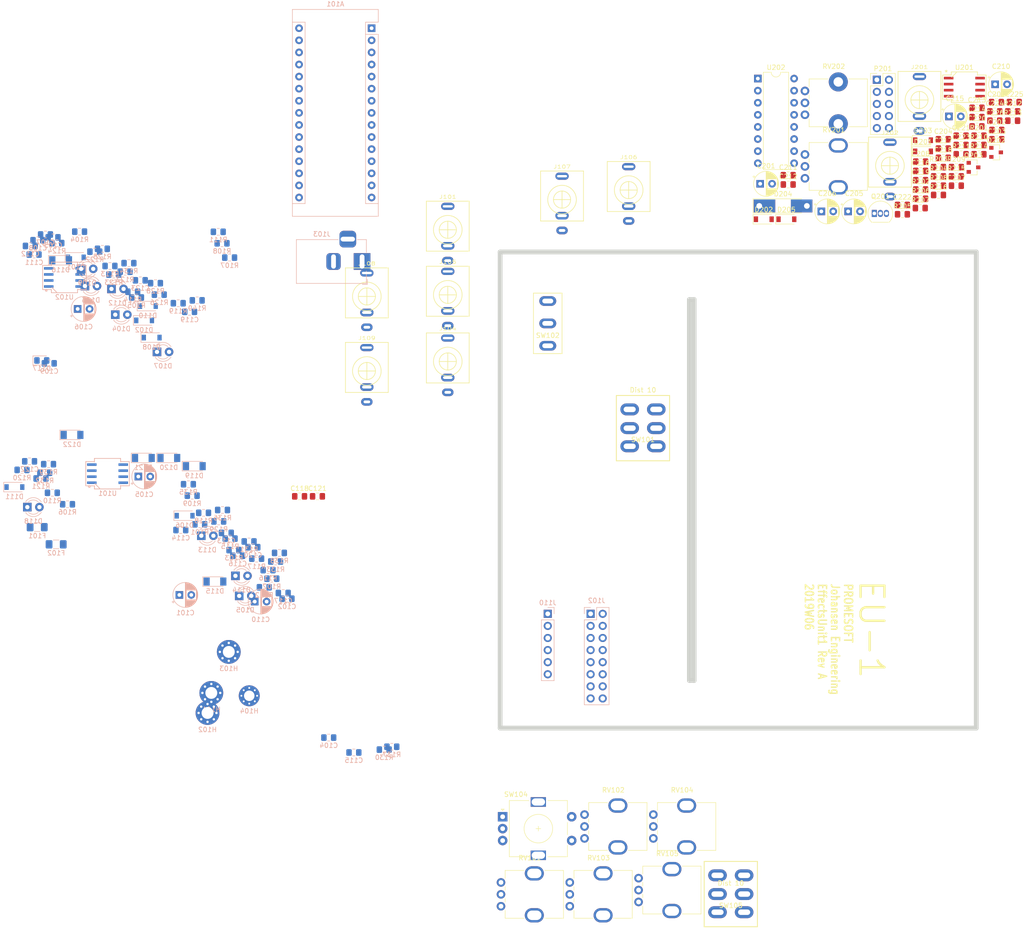
<source format=kicad_pcb>
(kicad_pcb (version 20171130) (host pcbnew "(5.0.2)-1")
  (title_block (title EffectUnit1) (date 2019-02-05) (rev "Rev A") (company "Johansen Engineering"))
  (layers (0 F.Cu signal) (31 B.Cu signal) (34 B.Paste user) (35 F.Paste user) (36 B.SilkS user) (37 F.SilkS user) (38 B.Mask user hide) (39 F.Mask user hide) (44 Edge.Cuts user))
  (net 0 "")
  (net 1 Btn)
  (net 2 GND)
  (net 3 A1)
  (net 4 LED1)
  (net 5 A2)
  (net 6 LED2)
  (net 7 A3)
  (net 8 LED3)
  (net 9 LED4)
  (net 10 +5V)
  (net 11 VCC)
  (net 12 A6)
  (net 13 A7)
  (net 14 /Gate)
  (net 15 /CV)
  (net 16 "Net-(A101-Pad17)")
  (net 17 +12V)
  (net 18 -12V)
  (net 19 "Net-(D103-Pad2)")
  (net 20 "Net-(D104-Pad2)")
  (net 21 "Net-(D105-Pad2)")
  (net 22 "Net-(D106-Pad2)")
  (net 23 "Net-(D107-Pad2)")
  (net 24 "Net-(D109-Pad2)")
  (net 25 "Net-(J105-PadT)")
  (net 26 "Net-(F102-Pad2)")
  (net 27 "Net-(C117-Pad2)")
  (net 28 "Net-(R123-Pad1)")
  (net 29 "Net-(R135-Pad1)")
  (net 30 LED-Out10)
  (net 31 LED-Out11)
  (net 32 Out10)
  (net 33 Out11)
  (net 34 "Net-(C117-Pad1)")
  (net 35 "Net-(D106-Pad1)")
  (net 36 "Net-(D110-Pad1)")
  (net 37 Out10Dist)
  (net 38 "Net-(D112-Pad2)")
  (net 39 "Net-(D113-Pad2)")
  (net 40 "Net-(D114-Pad2)")
  (net 41 "Net-(D115-Pad2)")
  (net 42 Out11Dist)
  (net 43 "Net-(D119-Pad2)")
  (net 44 "Net-(D121-Pad1)")
  (net 45 /+5Vin)
  (net 46 "Net-(J101-PadT)")
  (net 47 "Net-(J104-PadT)")
  (net 48 "Net-(R112-Pad1)")
  (net 49 "Net-(R115-Pad2)")
  (net 50 "Net-(R117-Pad2)")
  (net 51 "Net-(R120-Pad1)")
  (net 52 "Net-(R122-Pad2)")
  (net 53 "Net-(R127-Pad2)")
  (net 54 "Net-(R128-Pad1)")
  (net 55 "Net-(R129-Pad2)")
  (net 56 "Net-(R130-Pad2)")
  (net 57 "Net-(R134-Pad2)")
  (net 58 "Net-(R137-Pad2)")
  (net 59 "Net-(RV103-Pad2)")
  (net 60 "Net-(SW102-Pad2)")
  (net 61 +12Vb)
  (net 62 +5VA)
  (net 63 -12Vb)
  (net 64 "Net-(C210-Pad1)")
  (net 65 "Net-(C211-Pad1)")
  (net 66 GNDA)
  (net 67 In)
  (net 68 "Net-(C212-Pad1)")
  (net 69 "Net-(C213-Pad2)")
  (net 70 "Net-(C214-Pad1)")
  (net 71 "Net-(C214-Pad2)")
  (net 72 "Net-(C215-Pad1)")
  (net 73 Out)
  (net 74 "Net-(C216-Pad1)")
  (net 75 "Net-(C217-Pad1)")
  (net 76 "Net-(C217-Pad2)")
  (net 77 "Net-(C219-Pad1)")
  (net 78 "Net-(C219-Pad2)")
  (net 79 "Net-(C220-Pad2)")
  (net 80 "Net-(C220-Pad1)")
  (net 81 "Net-(C221-Pad1)")
  (net 82 "Net-(C222-Pad1)")
  (net 83 "Net-(C223-Pad2)")
  (net 84 "Net-(C224-Pad1)")
  (net 85 "Net-(C224-Pad2)")
  (net 86 "Net-(C225-Pad2)")
  (net 87 "Net-(C226-Pad2)")
  (net 88 "Net-(Q202-Pad2)")
  (net 89 "Net-(Q202-Pad3)")
  (net 90 "Net-(Q203-Pad3)")
  (net 91 "Net-(R206-Pad2)")
  (net 92 "Net-(R214-Pad1)")
  (net 93 SDA-A4)
  (net 94 SCL-A5)
  (net 95 Out6)
  (net 96 LED-Out6)
  (net 97 LED-Out9)
  (net 98 Out9)
  (net 99 "Net-(C120-Pad1)")
  (net 100 "Net-(C122-Pad2)")
  (net 101 Out9Dist)
  (net 102 "Net-(C123-Pad1)")
  (net 103 Out6Dist)
  (module AJ-Dropbox-Kicad:SP1MS1 (layer F.Cu) (at 110 65)
    (fp_text reference SW102 (at 0 2.54) (layer F.SilkS))
    (fp_text value "Crush A3")
    (pad 1 thru_hole oval (at 0 4.7) (size 3.556 2.032) (drill oval 2.3 1) (layers *.Cu *.Mask) (net 95 Out6))
    (pad 2 thru_hole oval (at 0 0) (size 3.556 2.032) (drill oval 2.3 1) (layers *.Cu *.Mask) (net 60 "Net-(SW102-Pad2)"))
    (pad 3 thru_hole oval (at 0 -4.7) (size 3.556 2.032) (drill oval 2.3 1) (layers *.Cu *.Mask) (net 7 A3))
  )
  (module Module:Arduino_Nano (layer B.Cu) (at 73 3 180)
    (fp_text reference A101 (at 7.62 5.08 180) (layer B.SilkS) (effects (justify mirror)))
    (fp_text value Arduino_Nano_v3.x)
    (pad 1 thru_hole rect (at 0 0 180) (size 1.6 1.6) (drill 0.8) (layers *.Cu *.Mask))
    (pad 17 thru_hole oval (at 15.24 -33.02 180) (size 1.6 1.6) (drill 0.8) (layers *.Cu *.Mask) (net 16 "Net-(A101-Pad17)"))
    (pad 2 thru_hole oval (at 0 -2.54 180) (size 1.6 1.6) (drill 0.8) (layers *.Cu *.Mask))
    (pad 18 thru_hole oval (at 15.24 -30.48 180) (size 1.6 1.6) (drill 0.8) (layers *.Cu *.Mask))
    (pad 3 thru_hole oval (at 0 -5.08 180) (size 1.6 1.6) (drill 0.8) (layers *.Cu *.Mask))
    (pad 19 thru_hole oval (at 15.24 -27.94 180) (size 1.6 1.6) (drill 0.8) (layers *.Cu *.Mask) (net 1 Btn))
    (pad 4 thru_hole oval (at 0 -7.62 180) (size 1.6 1.6) (drill 0.8) (layers *.Cu *.Mask) (net 2 GND))
    (pad 20 thru_hole oval (at 15.24 -25.4 180) (size 1.6 1.6) (drill 0.8) (layers *.Cu *.Mask) (net 3 A1))
    (pad 5 thru_hole oval (at 0 -10.16 180) (size 1.6 1.6) (drill 0.8) (layers *.Cu *.Mask) (net 4 LED1))
    (pad 21 thru_hole oval (at 15.24 -22.86 180) (size 1.6 1.6) (drill 0.8) (layers *.Cu *.Mask) (net 5 A2))
    (pad 6 thru_hole oval (at 0 -12.7 180) (size 1.6 1.6) (drill 0.8) (layers *.Cu *.Mask) (net 6 LED2))
    (pad 22 thru_hole oval (at 15.24 -20.32 180) (size 1.6 1.6) (drill 0.8) (layers *.Cu *.Mask) (net 7 A3))
    (pad 7 thru_hole oval (at 0 -15.24 180) (size 1.6 1.6) (drill 0.8) (layers *.Cu *.Mask) (net 8 LED3))
    (pad 23 thru_hole oval (at 15.24 -17.78 180) (size 1.6 1.6) (drill 0.8) (layers *.Cu *.Mask) (net 93 SDA-A4))
    (pad 8 thru_hole oval (at 0 -17.78 180) (size 1.6 1.6) (drill 0.8) (layers *.Cu *.Mask) (net 9 LED4))
    (pad 24 thru_hole oval (at 15.24 -15.24 180) (size 1.6 1.6) (drill 0.8) (layers *.Cu *.Mask) (net 94 SCL-A5))
    (pad 9 thru_hole oval (at 0 -20.32 180) (size 1.6 1.6) (drill 0.8) (layers *.Cu *.Mask) (net 95 Out6))
    (pad 25 thru_hole oval (at 15.24 -12.7 180) (size 1.6 1.6) (drill 0.8) (layers *.Cu *.Mask) (net 12 A6))
    (pad 10 thru_hole oval (at 0 -22.86 180) (size 1.6 1.6) (drill 0.8) (layers *.Cu *.Mask) (net 96 LED-Out6))
    (pad 26 thru_hole oval (at 15.24 -10.16 180) (size 1.6 1.6) (drill 0.8) (layers *.Cu *.Mask) (net 13 A7))
    (pad 11 thru_hole oval (at 0 -25.4 180) (size 1.6 1.6) (drill 0.8) (layers *.Cu *.Mask) (net 97 LED-Out9))
    (pad 27 thru_hole oval (at 15.24 -7.62 180) (size 1.6 1.6) (drill 0.8) (layers *.Cu *.Mask) (net 10 +5V))
    (pad 12 thru_hole oval (at 0 -27.94 180) (size 1.6 1.6) (drill 0.8) (layers *.Cu *.Mask) (net 98 Out9))
    (pad 28 thru_hole oval (at 15.24 -5.08 180) (size 1.6 1.6) (drill 0.8) (layers *.Cu *.Mask))
    (pad 13 thru_hole oval (at 0 -30.48 180) (size 1.6 1.6) (drill 0.8) (layers *.Cu *.Mask) (net 32 Out10))
    (pad 29 thru_hole oval (at 15.24 -2.54 180) (size 1.6 1.6) (drill 0.8) (layers *.Cu *.Mask) (net 2 GND))
    (pad 14 thru_hole oval (at 0 -33.02 180) (size 1.6 1.6) (drill 0.8) (layers *.Cu *.Mask) (net 33 Out11))
    (pad 30 thru_hole oval (at 15.24 0 180) (size 1.6 1.6) (drill 0.8) (layers *.Cu *.Mask) (net 11 VCC))
    (pad 15 thru_hole oval (at 0 -35.56 180) (size 1.6 1.6) (drill 0.8) (layers *.Cu *.Mask) (net 30 LED-Out10))
    (pad 16 thru_hole oval (at 15.24 -35.56 180) (size 1.6 1.6) (drill 0.8) (layers *.Cu *.Mask) (net 31 LED-Out11))
  )
  (module Capacitor_THT:CP_Radial_D5.0mm_P2.50mm (layer B.Cu) (at 32.621088 122.034188)
    (fp_text reference C101 (at 1.25 3.75) (layer B.SilkS) (effects (justify mirror)))
    (fp_text value 100uF)
    (pad 1 thru_hole rect (at 0 0) (size 1.6 1.6) (drill 0.8) (layers *.Cu *.Mask) (net 11 VCC))
    (pad 2 thru_hole circle (at 2.5 0) (size 1.6 1.6) (drill 0.8) (layers *.Cu *.Mask) (net 2 GND))
  )
  (module Capacitor_SMD:C_0805_2012Metric_Pad1.15x1.40mm_HandSolder (layer B.Cu) (at 55.231257 122.832835)
    (fp_text reference C102 (at 0 1.65) (layer B.SilkS) (effects (justify mirror)))
    (fp_text value 100n)
    (pad 2 smd roundrect (at 1.025 0) (size 1.15 1.4) (layers B.Cu B.Paste B.Mask) (roundrect_rratio 0.217391) (net 2 GND))
    (pad 1 smd roundrect (at -1.025 0) (size 1.15 1.4) (layers B.Cu B.Paste B.Mask) (roundrect_rratio 0.217391) (net 11 VCC))
  )
  (module Capacitor_SMD:C_0805_2012Metric_Pad1.15x1.40mm_HandSolder (layer B.Cu) (at 6.091309 46.930733)
    (fp_text reference C103 (at 0 1.65) (layer B.SilkS) (effects (justify mirror)))
    (fp_text value 100n)
    (pad 2 smd roundrect (at 1.025 0) (size 1.15 1.4) (layers B.Cu B.Paste B.Mask) (roundrect_rratio 0.217391) (net 10 +5V))
    (pad 1 smd roundrect (at -1.025 0) (size 1.15 1.4) (layers B.Cu B.Paste B.Mask) (roundrect_rratio 0.217391) (net 2 GND))
  )
  (module Capacitor_SMD:C_0805_2012Metric_Pad1.15x1.40mm_HandSolder (layer B.Cu) (at 64 152)
    (fp_text reference C104 (at 0 1.65) (layer B.SilkS) (effects (justify mirror)))
    (fp_text value 100n)
    (pad 2 smd roundrect (at 1.025 0) (size 1.15 1.4) (layers B.Cu B.Paste B.Mask) (roundrect_rratio 0.217391) (net 10 +5V))
    (pad 1 smd roundrect (at -1.025 0) (size 1.15 1.4) (layers B.Cu B.Paste B.Mask) (roundrect_rratio 0.217391) (net 2 GND))
  )
  (module Capacitor_THT:CP_Radial_D5.0mm_P2.50mm (layer B.Cu) (at 24.001088 97.164188)
    (fp_text reference C105 (at 1.25 3.75) (layer B.SilkS) (effects (justify mirror)))
    (fp_text value 100uF)
    (pad 2 thru_hole circle (at 2.5 0) (size 1.6 1.6) (drill 0.8) (layers *.Cu *.Mask) (net 2 GND))
    (pad 1 thru_hole rect (at 0 0) (size 1.6 1.6) (drill 0.8) (layers *.Cu *.Mask) (net 10 +5V))
  )
  (module Capacitor_THT:CP_Radial_D5.0mm_P2.50mm (layer B.Cu) (at 11.259525 61.963458)
    (fp_text reference C106 (at 1.25 3.75) (layer B.SilkS) (effects (justify mirror)))
    (fp_text value "100uF 16v")
    (pad 2 thru_hole circle (at 2.5 0) (size 1.6 1.6) (drill 0.8) (layers *.Cu *.Mask) (net 2 GND))
    (pad 1 thru_hole rect (at 0 0) (size 1.6 1.6) (drill 0.8) (layers *.Cu *.Mask) (net 17 +12V))
  )
  (module Capacitor_SMD:C_0805_2012Metric_Pad1.15x1.40mm_HandSolder (layer B.Cu) (at 4.497977 46.329424)
    (fp_text reference C107 (at 0 1.65) (layer B.SilkS) (effects (justify mirror)))
    (fp_text value 100n)
    (pad 1 smd roundrect (at -1.025 0) (size 1.15 1.4) (layers B.Cu B.Paste B.Mask) (roundrect_rratio 0.217391) (net 2 GND))
    (pad 2 smd roundrect (at 1.025 0) (size 1.15 1.4) (layers B.Cu B.Paste B.Mask) (roundrect_rratio 0.217391) (net 17 +12V))
  )
  (module Capacitor_SMD:C_0805_2012Metric_Pad1.15x1.40mm_HandSolder (layer B.Cu) (at 2.904645 47.532042)
    (fp_text reference C108 (at 0 1.65) (layer B.SilkS) (effects (justify mirror)))
    (fp_text value 100n)
    (pad 2 smd roundrect (at 1.025 0) (size 1.15 1.4) (layers B.Cu B.Paste B.Mask) (roundrect_rratio 0.217391) (net 17 +12V))
    (pad 1 smd roundrect (at -1.025 0) (size 1.15 1.4) (layers B.Cu B.Paste B.Mask) (roundrect_rratio 0.217391) (net 2 GND))
  )
  (module Capacitor_SMD:C_0805_2012Metric_Pad1.15x1.40mm_HandSolder (layer B.Cu) (at 5.294643 73.388329)
    (fp_text reference C109 (at 0 1.65) (layer B.SilkS) (effects (justify mirror)))
    (fp_text value 100n)
    (pad 1 smd roundrect (at -1.025 0) (size 1.15 1.4) (layers B.Cu B.Paste B.Mask) (roundrect_rratio 0.217391) (net 2 GND))
    (pad 2 smd roundrect (at 1.025 0) (size 1.15 1.4) (layers B.Cu B.Paste B.Mask) (roundrect_rratio 0.217391) (net 17 +12V))
  )
  (module Capacitor_THT:CP_Radial_D5.0mm_P2.50mm (layer B.Cu) (at 48.449483 123.434144)
    (fp_text reference C110 (at 1.25 3.75) (layer B.SilkS) (effects (justify mirror)))
    (fp_text value "100uF 16v")
    (pad 1 thru_hole rect (at 0 0) (size 1.6 1.6) (drill 0.8) (layers *.Cu *.Mask) (net 2 GND))
    (pad 2 thru_hole circle (at 2.5 0) (size 1.6 1.6) (drill 0.8) (layers *.Cu *.Mask) (net 18 -12V))
  )
  (module Capacitor_SMD:C_0805_2012Metric_Pad1.15x1.40mm_HandSolder (layer B.Cu) (at 2.107979 50.538587)
    (fp_text reference C111 (at 0 1.65) (layer B.SilkS) (effects (justify mirror)))
    (fp_text value 100n)
    (pad 1 smd roundrect (at -1.025 0) (size 1.15 1.4) (layers B.Cu B.Paste B.Mask) (roundrect_rratio 0.217391) (net 18 -12V))
    (pad 2 smd roundrect (at 1.025 0) (size 1.15 1.4) (layers B.Cu B.Paste B.Mask) (roundrect_rratio 0.217391) (net 2 GND))
  )
  (module Capacitor_SMD:C_0805_2012Metric_Pad1.15x1.40mm_HandSolder (layer B.Cu) (at 1.311313 48.73466)
    (fp_text reference C112 (at 0 1.65) (layer B.SilkS) (effects (justify mirror)))
    (fp_text value 100n)
    (pad 1 smd roundrect (at -1.025 0) (size 1.15 1.4) (layers B.Cu B.Paste B.Mask) (roundrect_rratio 0.217391) (net 18 -12V))
    (pad 2 smd roundrect (at 1.025 0) (size 1.15 1.4) (layers B.Cu B.Paste B.Mask) (roundrect_rratio 0.217391) (net 2 GND))
  )
  (module Capacitor_SMD:C_0805_2012Metric_Pad1.15x1.40mm_HandSolder (layer B.Cu) (at 42.484601 109.002728)
    (fp_text reference C113 (at 0 1.65) (layer B.SilkS) (effects (justify mirror)))
    (fp_text value 100n)
    (pad 1 smd roundrect (at -1.025 0) (size 1.15 1.4) (layers B.Cu B.Paste B.Mask) (roundrect_rratio 0.217391) (net 18 -12V))
    (pad 2 smd roundrect (at 1.025 0) (size 1.15 1.4) (layers B.Cu B.Paste B.Mask) (roundrect_rratio 0.217391) (net 2 GND))
  )
  (module Capacitor_SMD:C_0805_2012Metric_Pad1.15x1.40mm_HandSolder (layer B.Cu) (at 32.924609 108.401419)
    (fp_text reference C114 (at 0 1.65) (layer B.SilkS) (effects (justify mirror)))
    (fp_text value 47n)
    (pad 1 smd roundrect (at -1.025 0) (size 1.15 1.4) (layers B.Cu B.Paste B.Mask) (roundrect_rratio 0.217391) (net 1 Btn))
    (pad 2 smd roundrect (at 1.025 0) (size 1.15 1.4) (layers B.Cu B.Paste B.Mask) (roundrect_rratio 0.217391) (net 2 GND))
  )
  (module Capacitor_SMD:C_0805_2012Metric_Pad1.15x1.40mm_HandSolder (layer B.Cu) (at 69.277973 155.126806)
    (fp_text reference C115 (at 0 1.65) (layer B.SilkS) (effects (justify mirror)))
    (fp_text value 100n)
    (pad 2 smd roundrect (at 1.025 0) (size 1.15 1.4) (layers B.Cu B.Paste B.Mask) (roundrect_rratio 0.217391) (net 2 GND))
    (pad 1 smd roundrect (at -1.025 0) (size 1.15 1.4) (layers B.Cu B.Paste B.Mask) (roundrect_rratio 0.217391) (net 3 A1))
  )
  (module Capacitor_SMD:C_0805_2012Metric_Pad1.15x1.40mm_HandSolder (layer B.Cu) (at 44.874599 113.8132)
    (fp_text reference C116 (at 0 1.65) (layer B.SilkS) (effects (justify mirror)))
    (fp_text value 100n)
    (pad 1 smd roundrect (at -1.025 0) (size 1.15 1.4) (layers B.Cu B.Paste B.Mask) (roundrect_rratio 0.217391) (net 5 A2))
    (pad 2 smd roundrect (at 1.025 0) (size 1.15 1.4) (layers B.Cu B.Paste B.Mask) (roundrect_rratio 0.217391) (net 2 GND))
  )
  (module Capacitor_SMD:C_0805_2012Metric_Pad1.15x1.40mm_HandSolder (layer B.Cu) (at 54.434591 121.630217)
    (fp_text reference C117 (at 0 1.65) (layer B.SilkS) (effects (justify mirror)))
    (fp_text value 33n)
    (pad 2 smd roundrect (at 1.025 0) (size 1.15 1.4) (layers B.Cu B.Paste B.Mask) (roundrect_rratio 0.217391) (net 27 "Net-(C117-Pad2)"))
    (pad 1 smd roundrect (at -1.025 0) (size 1.15 1.4) (layers B.Cu B.Paste B.Mask) (roundrect_rratio 0.217391) (net 34 "Net-(C117-Pad1)"))
  )
  (module Capacitor_SMD:C_0805_2012Metric_Pad1.15x1.40mm_HandSolder (layer B.Cu) (at 34.771285 62.564767)
    (fp_text reference C119 (at 0 1.65) (layer B.SilkS) (effects (justify mirror)))
    (fp_text value 100n)
    (pad 1 smd roundrect (at -1.025 0) (size 1.15 1.4) (layers B.Cu B.Paste B.Mask) (roundrect_rratio 0.217391) (net 10 +5V))
    (pad 2 smd roundrect (at 1.025 0) (size 1.15 1.4) (layers B.Cu B.Paste B.Mask) (roundrect_rratio 0.217391) (net 2 GND))
  )
  (module Capacitor_SMD:C_0805_2012Metric_Pad1.15x1.40mm_HandSolder (layer B.Cu) (at 48.061263 112.009273)
    (fp_text reference C120 (at 0 1.65) (layer B.SilkS) (effects (justify mirror)))
    (fp_text value 33n)
    (pad 2 smd roundrect (at 1.025 0) (size 1.15 1.4) (layers B.Cu B.Paste B.Mask) (roundrect_rratio 0.217391) (net 2 GND))
    (pad 1 smd roundrect (at -1.025 0) (size 1.15 1.4) (layers B.Cu B.Paste B.Mask) (roundrect_rratio 0.217391) (net 99 "Net-(C120-Pad1)"))
  )
  (module Capacitor_SMD:C_0805_2012Metric_Pad1.15x1.40mm_HandSolder (layer B.Cu) (at 1.161283 93.970003)
    (fp_text reference C122 (at 0 1.65) (layer B.SilkS) (effects (justify mirror)))
    (fp_text value 44n)
    (pad 2 smd roundrect (at 1.025 0) (size 1.15 1.4) (layers B.Cu B.Paste B.Mask) (roundrect_rratio 0.217391) (net 100 "Net-(C122-Pad2)"))
    (pad 1 smd roundrect (at -1.025 0) (size 1.15 1.4) (layers B.Cu B.Paste B.Mask) (roundrect_rratio 0.217391) (net 101 Out9Dist))
  )
  (module Capacitor_SMD:C_0805_2012Metric_Pad1.15x1.40mm_HandSolder (layer B.Cu) (at 24.414627 55.950368)
    (fp_text reference C123 (at 0 1.65) (layer B.SilkS) (effects (justify mirror)))
    (fp_text value 44n)
    (pad 1 smd roundrect (at -1.025 0) (size 1.15 1.4) (layers B.Cu B.Paste B.Mask) (roundrect_rratio 0.217391) (net 102 "Net-(C123-Pad1)"))
    (pad 2 smd roundrect (at 1.025 0) (size 1.15 1.4) (layers B.Cu B.Paste B.Mask) (roundrect_rratio 0.217391) (net 2 GND))
  )
  (module Diode_SMD:D_SOD-123 (layer B.Cu) (at 10.871305 51.139896)
    (fp_text reference D101 (at 0 2) (layer B.SilkS) (effects (justify mirror)))
    (fp_text value 1N1007)
    (pad 2 smd rect (at 1.65 0) (size 0.9 1.2) (layers B.Cu B.Paste B.Mask) (net 2 GND))
    (pad 1 smd rect (at -1.65 0) (size 0.9 1.2) (layers B.Cu B.Paste B.Mask) (net 17 +12V))
  )
  (module Diode_SMD:D_SOD-123 (layer B.Cu) (at 25.211293 64.368694)
    (fp_text reference D102 (at 0 2) (layer B.SilkS) (effects (justify mirror)))
    (fp_text value 1N1007)
    (pad 1 smd rect (at -1.65 0) (size 0.9 1.2) (layers B.Cu B.Paste B.Mask) (net 2 GND))
    (pad 2 smd rect (at 1.65 0) (size 0.9 1.2) (layers B.Cu B.Paste B.Mask) (net 18 -12V))
  )
  (module LED_THT:LED_D3.0mm (layer B.Cu) (at 12.782969 57.152986)
    (fp_text reference D103 (at 1.27 2.96) (layer B.SilkS) (effects (justify mirror)))
    (fp_text value LED1)
    (pad 1 thru_hole rect (at 0 0) (size 1.8 1.8) (drill 0.9) (layers *.Cu *.Mask) (net 2 GND))
    (pad 2 thru_hole circle (at 2.54 0) (size 1.8 1.8) (drill 0.9) (layers *.Cu *.Mask) (net 19 "Net-(D103-Pad2)"))
  )
  (module LED_THT:LED_D3.0mm (layer B.Cu) (at 19.156297 63.166076)
    (fp_text reference D104 (at 1.27 2.96) (layer B.SilkS) (effects (justify mirror)))
    (fp_text value LED2)
    (pad 2 thru_hole circle (at 2.54 0) (size 1.8 1.8) (drill 0.9) (layers *.Cu *.Mask) (net 20 "Net-(D104-Pad2)"))
    (pad 1 thru_hole rect (at 0 0) (size 1.8 1.8) (drill 0.9) (layers *.Cu *.Mask) (net 2 GND))
  )
  (module LED_THT:LED_D3.0mm (layer B.Cu) (at 45.192931 122.231526)
    (fp_text reference D105 (at 1.27 2.96) (layer B.SilkS) (effects (justify mirror)))
    (fp_text value LED3)
    (pad 2 thru_hole circle (at 2.54 0) (size 1.8 1.8) (drill 0.9) (layers *.Cu *.Mask) (net 21 "Net-(D105-Pad2)"))
    (pad 1 thru_hole rect (at 0 0) (size 1.8 1.8) (drill 0.9) (layers *.Cu *.Mask) (net 2 GND))
  )
  (module Diode_SMD:D_SOD-123 (layer B.Cu) (at 33.721275 105.394874)
    (fp_text reference D106 (at 0 2) (layer B.SilkS) (effects (justify mirror)))
    (fp_text value 1N1007)
    (pad 2 smd rect (at 1.65 0) (size 0.9 1.2) (layers B.Cu B.Paste B.Mask) (net 22 "Net-(D106-Pad2)"))
    (pad 1 smd rect (at -1.65 0) (size 0.9 1.2) (layers B.Cu B.Paste B.Mask) (net 35 "Net-(D106-Pad1)"))
  )
  (module LED_THT:LED_D3.0mm (layer B.Cu) (at 27.919623 70.983093)
    (fp_text reference D107 (at 1.27 2.96) (layer B.SilkS) (effects (justify mirror)))
    (fp_text value LED4)
    (pad 1 thru_hole rect (at 0 0) (size 1.8 1.8) (drill 0.9) (layers *.Cu *.Mask) (net 2 GND))
    (pad 2 thru_hole circle (at 2.54 0) (size 1.8 1.8) (drill 0.9) (layers *.Cu *.Mask) (net 23 "Net-(D107-Pad2)"))
  )
  (module Diode_SMD:D_SOD-123 (layer B.Cu) (at 26.804625 67.976548)
    (fp_text reference D108 (at 0 2) (layer B.SilkS) (effects (justify mirror)))
    (fp_text value 1N1007)
    (pad 1 smd rect (at -1.65 0) (size 0.9 1.2) (layers B.Cu B.Paste B.Mask) (net 22 "Net-(D106-Pad2)"))
    (pad 2 smd rect (at 1.65 0) (size 0.9 1.2) (layers B.Cu B.Paste B.Mask) (net 35 "Net-(D106-Pad1)"))
  )
  (module LED_THT:LED_D3.0mm (layer B.Cu) (at 11.986303 53.545132)
    (fp_text reference D109 (at 1.27 2.96) (layer B.SilkS) (effects (justify mirror)))
    (fp_text value LED_Out10)
    (pad 1 thru_hole rect (at 0 0) (size 1.8 1.8) (drill 0.9) (layers *.Cu *.Mask) (net 2 GND))
    (pad 2 thru_hole circle (at 2.54 0) (size 1.8 1.8) (drill 0.9) (layers *.Cu *.Mask) (net 24 "Net-(D109-Pad2)"))
  )
  (module Diode_SMD:D_SOD-123 (layer B.Cu) (at 26.007959 61.362149)
    (fp_text reference D110 (at 0 2) (layer B.SilkS) (effects (justify mirror)))
    (fp_text value 1N1007)
    (pad 1 smd rect (at -1.65 0) (size 0.9 1.2) (layers B.Cu B.Paste B.Mask) (net 36 "Net-(D110-Pad1)"))
    (pad 2 smd rect (at 1.65 0) (size 0.9 1.2) (layers B.Cu B.Paste B.Mask) (net 103 Out6Dist))
  )
  (module Diode_SMD:D_SOD-123 (layer B.Cu) (at -2.025381 99.381784)
    (fp_text reference D111 (at 0 2) (layer B.SilkS) (effects (justify mirror)))
    (fp_text value 1N1007)
    (pad 2 smd rect (at 1.65 0) (size 0.9 1.2) (layers B.Cu B.Paste B.Mask) (net 36 "Net-(D110-Pad1)"))
    (pad 1 smd rect (at -1.65 0) (size 0.9 1.2) (layers B.Cu B.Paste B.Mask) (net 103 Out6Dist))
  )
  (module LED_THT:LED_D3.0mm (layer B.Cu) (at 18.359631 57.754295)
    (fp_text reference D112 (at 1.27 2.96) (layer B.SilkS) (effects (justify mirror)))
    (fp_text value LED_Out11)
    (pad 1 thru_hole rect (at 0 0) (size 1.8 1.8) (drill 0.9) (layers *.Cu *.Mask) (net 2 GND))
    (pad 2 thru_hole circle (at 2.54 0) (size 1.8 1.8) (drill 0.9) (layers *.Cu *.Mask) (net 38 "Net-(D112-Pad2)"))
  )
  (module LED_THT:LED_D3.0mm (layer B.Cu) (at 37.226271 109.604037)
    (fp_text reference D113 (at 1.27 2.96) (layer B.SilkS) (effects (justify mirror)))
    (fp_text value LED_Out6)
    (pad 1 thru_hole rect (at 0 0) (size 1.8 1.8) (drill 0.9) (layers *.Cu *.Mask) (net 2 GND))
    (pad 2 thru_hole circle (at 2.54 0) (size 1.8 1.8) (drill 0.9) (layers *.Cu *.Mask) (net 39 "Net-(D113-Pad2)"))
  )
  (module LED_THT:LED_D3.0mm (layer B.Cu) (at 44.396265 118.022363)
    (fp_text reference D114 (at 1.27 2.96) (layer B.SilkS) (effects (justify mirror)))
    (fp_text value LED_Out9)
    (pad 2 thru_hole circle (at 2.54 0) (size 1.8 1.8) (drill 0.9) (layers *.Cu *.Mask) (net 40 "Net-(D114-Pad2)"))
    (pad 1 thru_hole rect (at 0 0) (size 1.8 1.8) (drill 0.9) (layers *.Cu *.Mask) (net 2 GND))
  )
  (module Diode_SMD:D_MiniMELF (layer B.Cu) (at 40.094603 119.224981)
    (fp_text reference D115 (at 0 2) (layer B.SilkS) (effects (justify mirror)))
    (fp_text value LL4148)
    (pad 2 smd rect (at 1.75 0) (size 1.3 1.7) (layers B.Cu B.Paste B.Mask) (net 41 "Net-(D115-Pad2)"))
    (pad 1 smd rect (at -1.75 0) (size 1.3 1.7) (layers B.Cu B.Paste B.Mask) (net 2 GND))
  )
  (module Diode_SMD:D_MiniMELF (layer B.Cu) (at 7.684641 51.741205)
    (fp_text reference D116 (at 0 2) (layer B.SilkS) (effects (justify mirror)))
    (fp_text value LL4148)
    (pad 1 smd rect (at -1.75 0) (size 1.3 1.7) (layers B.Cu B.Paste B.Mask) (net 41 "Net-(D115-Pad2)"))
    (pad 2 smd rect (at 1.75 0) (size 1.3 1.7) (layers B.Cu B.Paste B.Mask) (net 2 GND))
  )
  (module LED_SMD:LED_0805_2012Metric_Pad1.15x1.40mm_HandSolder (layer B.Cu) (at 3.723811 72.78702)
    (fp_text reference D117 (at 0 1.65) (layer B.SilkS) (effects (justify mirror)))
    (fp_text value LED_Out11)
    (pad 1 smd roundrect (at -1.025 0) (size 1.15 1.4) (layers B.Cu B.Paste B.Mask) (roundrect_rratio 0.217391) (net 2 GND))
    (pad 2 smd roundrect (at 1.025 0) (size 1.15 1.4) (layers B.Cu B.Paste B.Mask) (roundrect_rratio 0.217391) (net 42 Out11Dist))
  )
  (module LED_THT:LED_D3.0mm (layer B.Cu) (at 0.682949 103.590947)
    (fp_text reference D118 (at 1.27 2.96) (layer B.SilkS) (effects (justify mirror)))
    (fp_text value LED_CV2)
    (pad 2 thru_hole circle (at 2.54 0) (size 1.8 1.8) (drill 0.9) (layers *.Cu *.Mask) (net 2 GND))
    (pad 1 thru_hole rect (at 0 0) (size 1.8 1.8) (drill 0.9) (layers *.Cu *.Mask) (net 42 Out11Dist))
  )
  (module Diode_SMD:D_MiniMELF (layer B.Cu) (at 35.761313 94.984188)
    (fp_text reference D119 (at 0 2) (layer B.SilkS) (effects (justify mirror)))
    (fp_text value LL4148)
    (pad 1 smd rect (at -1.75 0) (size 1.3 1.7) (layers B.Cu B.Paste B.Mask) (net 27 "Net-(C117-Pad2)"))
    (pad 2 smd rect (at 1.75 0) (size 1.3 1.7) (layers B.Cu B.Paste B.Mask) (net 43 "Net-(D119-Pad2)"))
  )
  (module Diode_SMD:D_MiniMELF (layer B.Cu) (at 30.411313 93.264188)
    (fp_text reference D120 (at 0 2) (layer B.SilkS) (effects (justify mirror)))
    (fp_text value LL4148)
    (pad 2 smd rect (at 1.75 0) (size 1.3 1.7) (layers B.Cu B.Paste B.Mask) (net 27 "Net-(C117-Pad2)"))
    (pad 1 smd rect (at -1.75 0) (size 1.3 1.7) (layers B.Cu B.Paste B.Mask) (net 43 "Net-(D119-Pad2)"))
  )
  (module Diode_SMD:D_MiniMELF (layer B.Cu) (at 25.061313 93.264188)
    (fp_text reference D121 (at 0 2) (layer B.SilkS) (effects (justify mirror)))
    (fp_text value LL4148)
    (pad 1 smd rect (at -1.75 0) (size 1.3 1.7) (layers B.Cu B.Paste B.Mask) (net 44 "Net-(D121-Pad1)"))
    (pad 2 smd rect (at 1.75 0) (size 1.3 1.7) (layers B.Cu B.Paste B.Mask) (net 2 GND))
  )
  (module Diode_SMD:D_MiniMELF (layer B.Cu) (at 10.074639 88.421054)
    (fp_text reference D122 (at 0 2) (layer B.SilkS) (effects (justify mirror)))
    (fp_text value LL4148)
    (pad 2 smd rect (at 1.75 0) (size 1.3 1.7) (layers B.Cu B.Paste B.Mask) (net 44 "Net-(D121-Pad1)"))
    (pad 1 smd rect (at -1.75 0) (size 1.3 1.7) (layers B.Cu B.Paste B.Mask) (net 2 GND))
  )
  (module Fuse:Fuse_1206_3216Metric_Pad1.42x1.75mm_HandSolder (layer B.Cu) (at 2.754615 107.80011)
    (fp_text reference F101 (at 0 1.82) (layer B.SilkS) (effects (justify mirror)))
    (fp_text value Polyfuse)
    (pad 2 smd roundrect (at 1.4875 0) (size 1.425 1.75) (layers B.Cu B.Paste B.Mask) (roundrect_rratio 0.175439) (net 10 +5V))
    (pad 1 smd roundrect (at -1.4875 0) (size 1.425 1.75) (layers B.Cu B.Paste B.Mask) (roundrect_rratio 0.175439) (net 45 /+5Vin))
  )
  (module Fuse:Fuse_1206_3216Metric_Pad1.42x1.75mm_HandSolder (layer B.Cu) (at 6.737945 111.407964)
    (fp_text reference F102 (at 0 1.82) (layer B.SilkS) (effects (justify mirror)))
    (fp_text value Polyfuse)
    (pad 1 smd roundrect (at -1.4875 0) (size 1.425 1.75) (layers B.Cu B.Paste B.Mask) (roundrect_rratio 0.175439) (net 11 VCC))
    (pad 2 smd roundrect (at 1.4875 0) (size 1.425 1.75) (layers B.Cu B.Paste B.Mask) (roundrect_rratio 0.175439) (net 26 "Net-(F102-Pad2)"))
  )
  (module MountingHole:MountingHole_2.5mm_Pad_Via (layer B.Cu) (at 39.331277 142.617127)
    (fp_text reference H101 (at 0 3.5) (layer B.SilkS) (effects (justify mirror)))
    (fp_text value 2,5mm)
    (pad 1 thru_hole circle (at 1.325825 1.325825) (size 0.8 0.8) (drill 0.5) (layers *.Cu *.Mask))
    (pad 1 thru_hole circle (at 0 1.875) (size 0.8 0.8) (drill 0.5) (layers *.Cu *.Mask))
    (pad 1 thru_hole circle (at -1.325825 1.325825) (size 0.8 0.8) (drill 0.5) (layers *.Cu *.Mask))
    (pad 1 thru_hole circle (at -1.875 0) (size 0.8 0.8) (drill 0.5) (layers *.Cu *.Mask))
    (pad 1 thru_hole circle (at -1.325825 -1.325825) (size 0.8 0.8) (drill 0.5) (layers *.Cu *.Mask))
    (pad 1 thru_hole circle (at 0 -1.875) (size 0.8 0.8) (drill 0.5) (layers *.Cu *.Mask))
    (pad 1 thru_hole circle (at 1.325825 -1.325825) (size 0.8 0.8) (drill 0.5) (layers *.Cu *.Mask))
    (pad 1 thru_hole circle (at 1.875 0) (size 0.8 0.8) (drill 0.5) (layers *.Cu *.Mask))
    (pad 1 thru_hole circle (at 0 0) (size 5 5) (drill 2.5) (layers *.Cu *.Mask))
  )
  (module MountingHole:MountingHole_2.5mm_Pad_Via (layer B.Cu) (at 38.534611 146.82629)
    (fp_text reference H102 (at 0 3.5) (layer B.SilkS) (effects (justify mirror)))
    (fp_text value 2,5mm)
    (pad 1 thru_hole circle (at 0 0) (size 5 5) (drill 2.5) (layers *.Cu *.Mask))
    (pad 1 thru_hole circle (at 1.875 0) (size 0.8 0.8) (drill 0.5) (layers *.Cu *.Mask))
    (pad 1 thru_hole circle (at 1.325825 -1.325825) (size 0.8 0.8) (drill 0.5) (layers *.Cu *.Mask))
    (pad 1 thru_hole circle (at 0 -1.875) (size 0.8 0.8) (drill 0.5) (layers *.Cu *.Mask))
    (pad 1 thru_hole circle (at -1.325825 -1.325825) (size 0.8 0.8) (drill 0.5) (layers *.Cu *.Mask))
    (pad 1 thru_hole circle (at -1.875 0) (size 0.8 0.8) (drill 0.5) (layers *.Cu *.Mask))
    (pad 1 thru_hole circle (at -1.325825 1.325825) (size 0.8 0.8) (drill 0.5) (layers *.Cu *.Mask))
    (pad 1 thru_hole circle (at 0 1.875) (size 0.8 0.8) (drill 0.5) (layers *.Cu *.Mask))
    (pad 1 thru_hole circle (at 1.325825 1.325825) (size 0.8 0.8) (drill 0.5) (layers *.Cu *.Mask))
  )
  (module MountingHole:MountingHole_2.5mm_Pad_Via (layer B.Cu) (at 43 134)
    (fp_text reference H103 (at 0 3.5) (layer B.SilkS) (effects (justify mirror)))
    (fp_text value 2,2mm)
    (pad 1 thru_hole circle (at 0 0) (size 5 5) (drill 2.5) (layers *.Cu *.Mask))
    (pad 1 thru_hole circle (at 1.875 0) (size 0.8 0.8) (drill 0.5) (layers *.Cu *.Mask))
    (pad 1 thru_hole circle (at 1.325825 -1.325825) (size 0.8 0.8) (drill 0.5) (layers *.Cu *.Mask))
    (pad 1 thru_hole circle (at 0 -1.875) (size 0.8 0.8) (drill 0.5) (layers *.Cu *.Mask))
    (pad 1 thru_hole circle (at -1.325825 -1.325825) (size 0.8 0.8) (drill 0.5) (layers *.Cu *.Mask))
    (pad 1 thru_hole circle (at -1.875 0) (size 0.8 0.8) (drill 0.5) (layers *.Cu *.Mask))
    (pad 1 thru_hole circle (at -1.325825 1.325825) (size 0.8 0.8) (drill 0.5) (layers *.Cu *.Mask))
    (pad 1 thru_hole circle (at 0 1.875) (size 0.8 0.8) (drill 0.5) (layers *.Cu *.Mask))
    (pad 1 thru_hole circle (at 1.325825 1.325825) (size 0.8 0.8) (drill 0.5) (layers *.Cu *.Mask))
  )
  (module MountingHole:MountingHole_2.2mm_M2_Pad_Via (layer B.Cu) (at 47.297937 143.218436)
    (fp_text reference H104 (at 0 3.2) (layer B.SilkS) (effects (justify mirror)))
    (fp_text value 2,2mm)
    (pad 1 thru_hole circle (at 0 0) (size 4.4 4.4) (drill 2.2) (layers *.Cu *.Mask))
    (pad 1 thru_hole circle (at 1.65 0) (size 0.7 0.7) (drill 0.4) (layers *.Cu *.Mask))
    (pad 1 thru_hole circle (at 1.166726 -1.166726) (size 0.7 0.7) (drill 0.4) (layers *.Cu *.Mask))
    (pad 1 thru_hole circle (at 0 -1.65) (size 0.7 0.7) (drill 0.4) (layers *.Cu *.Mask))
    (pad 1 thru_hole circle (at -1.166726 -1.166726) (size 0.7 0.7) (drill 0.4) (layers *.Cu *.Mask))
    (pad 1 thru_hole circle (at -1.65 0) (size 0.7 0.7) (drill 0.4) (layers *.Cu *.Mask))
    (pad 1 thru_hole circle (at -1.166726 1.166726) (size 0.7 0.7) (drill 0.4) (layers *.Cu *.Mask))
    (pad 1 thru_hole circle (at 0 1.65) (size 0.7 0.7) (drill 0.4) (layers *.Cu *.Mask))
    (pad 1 thru_hole circle (at 1.166726 1.166726) (size 0.7 0.7) (drill 0.4) (layers *.Cu *.Mask))
  )
  (module Connector_PinSocket_2.54mm:PinSocket_2x08_P2.54mm_Vertical (layer B.Cu) (at 119 126 180)
    (fp_text reference J102 (at -1.27 2.77 180) (layer B.SilkS) (effects (justify mirror)))
    (fp_text value "Doepfer connector")
    (pad 1 thru_hole rect (at 0 0 180) (size 1.7 1.7) (drill 1) (layers *.Cu *.Mask) (net 14 /Gate))
    (pad 2 thru_hole oval (at -2.54 0 180) (size 1.7 1.7) (drill 1) (layers *.Cu *.Mask) (net 14 /Gate))
    (pad 3 thru_hole oval (at 0 -2.54 180) (size 1.7 1.7) (drill 1) (layers *.Cu *.Mask) (net 15 /CV))
    (pad 4 thru_hole oval (at -2.54 -2.54 180) (size 1.7 1.7) (drill 1) (layers *.Cu *.Mask) (net 15 /CV))
    (pad 5 thru_hole oval (at 0 -5.08 180) (size 1.7 1.7) (drill 1) (layers *.Cu *.Mask) (net 45 /+5Vin))
    (pad 6 thru_hole oval (at -2.54 -5.08 180) (size 1.7 1.7) (drill 1) (layers *.Cu *.Mask) (net 45 /+5Vin))
    (pad 7 thru_hole oval (at 0 -7.62 180) (size 1.7 1.7) (drill 1) (layers *.Cu *.Mask) (net 17 +12V))
    (pad 8 thru_hole oval (at -2.54 -7.62 180) (size 1.7 1.7) (drill 1) (layers *.Cu *.Mask) (net 17 +12V))
    (pad 9 thru_hole oval (at 0 -10.16 180) (size 1.7 1.7) (drill 1) (layers *.Cu *.Mask) (net 2 GND))
    (pad 10 thru_hole oval (at -2.54 -10.16 180) (size 1.7 1.7) (drill 1) (layers *.Cu *.Mask) (net 2 GND))
    (pad 11 thru_hole oval (at 0 -12.7 180) (size 1.7 1.7) (drill 1) (layers *.Cu *.Mask) (net 2 GND))
    (pad 12 thru_hole oval (at -2.54 -12.7 180) (size 1.7 1.7) (drill 1) (layers *.Cu *.Mask) (net 2 GND))
    (pad 13 thru_hole oval (at 0 -15.24 180) (size 1.7 1.7) (drill 1) (layers *.Cu *.Mask) (net 2 GND))
    (pad 14 thru_hole oval (at -2.54 -15.24 180) (size 1.7 1.7) (drill 1) (layers *.Cu *.Mask) (net 2 GND))
    (pad 15 thru_hole oval (at 0 -17.78 180) (size 1.7 1.7) (drill 1) (layers *.Cu *.Mask) (net 18 -12V))
    (pad 16 thru_hole oval (at -2.54 -17.78 180) (size 1.7 1.7) (drill 1) (layers *.Cu *.Mask) (net 18 -12V))
  )
  (module AJ-Dropbox-Kicad:PJ301SM (layer F.Cu) (at 127 37)
    (fp_text reference J106 (at 0 -6.9) (layer F.SilkS) (effects (font (size 0.75 1) (thickness 0.125))))
    (fp_text value Out10)
    (pad T thru_hole oval (at 0 -4.92) (size 2.8 1.5) (drill oval 2.1 0.5) (layers *.Cu *.Mask) (net 37 Out10Dist))
    (pad S thru_hole oval (at 0 6.48) (size 2.4 1.6) (drill oval 1.4 0.6) (layers *.Cu *.Mask) (net 2 GND))
    (pad TN thru_hole oval (at 0 3.38) (size 2.8 1.6) (drill oval 2 0.6) (layers *.Cu *.Mask))
  )
  (module AJ-Dropbox-Kicad:PJ301SM (layer F.Cu) (at 113 39)
    (fp_text reference J107 (at 0 -6.9) (layer F.SilkS) (effects (font (size 0.75 1) (thickness 0.125))))
    (fp_text value Out11)
    (pad TN thru_hole oval (at 0 3.38) (size 2.8 1.6) (drill oval 2 0.6) (layers *.Cu *.Mask))
    (pad S thru_hole oval (at 0 6.48) (size 2.4 1.6) (drill oval 1.4 0.6) (layers *.Cu *.Mask) (net 2 GND))
    (pad T thru_hole oval (at 0 -4.92) (size 2.8 1.5) (drill oval 2.1 0.5) (layers *.Cu *.Mask) (net 42 Out11Dist))
  )
  (module Connector_PinHeader_2.54mm:PinHeader_1x06_P2.54mm_Vertical (layer B.Cu) (at 110 126 180)
    (fp_text reference J110 (at 0 2.33 180) (layer B.SilkS) (effects (justify mirror)))
    (fp_text value "Power Conn")
    (pad 1 thru_hole rect (at 0 0 180) (size 1.7 1.7) (drill 1) (layers *.Cu *.Mask) (net 16 "Net-(A101-Pad17)"))
    (pad 2 thru_hole oval (at 0 -2.54 180) (size 1.7 1.7) (drill 1) (layers *.Cu *.Mask) (net 11 VCC))
    (pad 3 thru_hole oval (at 0 -5.08 180) (size 1.7 1.7) (drill 1) (layers *.Cu *.Mask) (net 10 +5V))
    (pad 4 thru_hole oval (at 0 -7.62 180) (size 1.7 1.7) (drill 1) (layers *.Cu *.Mask) (net 17 +12V))
    (pad 5 thru_hole oval (at 0 -10.16 180) (size 1.7 1.7) (drill 1) (layers *.Cu *.Mask) (net 2 GND))
    (pad 6 thru_hole oval (at 0 -12.7 180) (size 1.7 1.7) (drill 1) (layers *.Cu *.Mask) (net 18 -12V))
  )
  (module Resistor_SMD:R_0805_2012Metric_Pad1.15x1.40mm_HandSolder (layer B.Cu) (at 36.907939 107.198801)
    (fp_text reference R101 (at 0 1.65) (layer B.SilkS) (effects (justify mirror)))
    (fp_text value 10k)
    (pad 2 smd roundrect (at 1.025 0) (size 1.15 1.4) (layers B.Cu B.Paste B.Mask) (roundrect_rratio 0.217391) (net 13 A7))
    (pad 1 smd roundrect (at -1.025 0) (size 1.15 1.4) (layers B.Cu B.Paste B.Mask) (roundrect_rratio 0.217391) (net 46 "Net-(J101-PadT)"))
  )
  (module Resistor_SMD:R_0805_2012Metric_Pad1.15x1.40mm_HandSolder (layer B.Cu) (at 52.044593 118.623672)
    (fp_text reference R102 (at 0 1.65) (layer B.SilkS) (effects (justify mirror)))
    (fp_text value 10M)
    (pad 1 smd roundrect (at -1.025 0) (size 1.15 1.4) (layers B.Cu B.Paste B.Mask) (roundrect_rratio 0.217391) (net 10 +5V))
    (pad 2 smd roundrect (at 1.025 0) (size 1.15 1.4) (layers B.Cu B.Paste B.Mask) (roundrect_rratio 0.217391) (net 11 VCC))
  )
  (module Resistor_SMD:R_0805_2012Metric_Pad1.15x1.40mm_HandSolder (layer B.Cu) (at 44.077933 112.610582)
    (fp_text reference R103 (at 0 1.65) (layer B.SilkS) (effects (justify mirror)))
    (fp_text value 10k)
    (pad 1 smd roundrect (at -1.025 0) (size 1.15 1.4) (layers B.Cu B.Paste B.Mask) (roundrect_rratio 0.217391) (net 13 A7))
    (pad 2 smd roundrect (at 1.025 0) (size 1.15 1.4) (layers B.Cu B.Paste B.Mask) (roundrect_rratio 0.217391) (net 2 GND))
  )
  (module Resistor_SMD:R_0805_2012Metric_Pad1.15x1.40mm_HandSolder (layer B.Cu) (at 11.667971 45.728115)
    (fp_text reference R104 (at 0 1.65) (layer B.SilkS) (effects (justify mirror)))
    (fp_text value 10k)
    (pad 1 smd roundrect (at -1.025 0) (size 1.15 1.4) (layers B.Cu B.Paste B.Mask) (roundrect_rratio 0.217391) (net 47 "Net-(J104-PadT)"))
    (pad 2 smd roundrect (at 1.025 0) (size 1.15 1.4) (layers B.Cu B.Paste B.Mask) (roundrect_rratio 0.217391) (net 12 A6))
  )
  (module Resistor_SMD:R_0805_2012Metric_Pad1.15x1.40mm_HandSolder (layer B.Cu) (at 23.617961 59.558222)
    (fp_text reference R105 (at 0 1.65) (layer B.SilkS) (effects (justify mirror)))
    (fp_text value 10k)
    (pad 2 smd roundrect (at 1.025 0) (size 1.15 1.4) (layers B.Cu B.Paste B.Mask) (roundrect_rratio 0.217391) (net 2 GND))
    (pad 1 smd roundrect (at -1.025 0) (size 1.15 1.4) (layers B.Cu B.Paste B.Mask) (roundrect_rratio 0.217391) (net 12 A6))
  )
  (module Resistor_SMD:R_0805_2012Metric_Pad1.15x1.40mm_HandSolder (layer B.Cu) (at 9.127943 102.989638)
    (fp_text reference R106 (at 0 1.65) (layer B.SilkS) (effects (justify mirror)))
    (fp_text value 680R)
    (pad 1 smd roundrect (at -1.025 0) (size 1.15 1.4) (layers B.Cu B.Paste B.Mask) (roundrect_rratio 0.217391) (net 4 LED1))
    (pad 2 smd roundrect (at 1.025 0) (size 1.15 1.4) (layers B.Cu B.Paste B.Mask) (roundrect_rratio 0.217391) (net 19 "Net-(D103-Pad2)"))
  )
  (module Resistor_SMD:R_0805_2012Metric_Pad1.15x1.40mm_HandSolder (layer B.Cu) (at 43.177953 51.179166)
    (fp_text reference R107 (at 0 1.65) (layer B.SilkS) (effects (justify mirror)))
    (fp_text value 10k)
    (pad 1 smd roundrect (at -1.025 0) (size 1.15 1.4) (layers B.Cu B.Paste B.Mask) (roundrect_rratio 0.217391) (net 25 "Net-(J105-PadT)"))
    (pad 2 smd roundrect (at 1.025 0) (size 1.15 1.4) (layers B.Cu B.Paste B.Mask) (roundrect_rratio 0.217391) (net 7 A3))
  )
  (module Resistor_SMD:R_0805_2012Metric_Pad1.15x1.40mm_HandSolder (layer B.Cu) (at 41.584621 48.172621)
    (fp_text reference R108 (at 0 1.65) (layer B.SilkS) (effects (justify mirror)))
    (fp_text value 10k)
    (pad 2 smd roundrect (at 1.025 0) (size 1.15 1.4) (layers B.Cu B.Paste B.Mask) (roundrect_rratio 0.217391) (net 2 GND))
    (pad 1 smd roundrect (at -1.025 0) (size 1.15 1.4) (layers B.Cu B.Paste B.Mask) (roundrect_rratio 0.217391) (net 7 A3))
  )
  (module Resistor_SMD:R_0805_2012Metric_Pad1.15x1.40mm_HandSolder (layer B.Cu) (at 35.314607 101.185711)
    (fp_text reference R109 (at 0 1.65) (layer B.SilkS) (effects (justify mirror)))
    (fp_text value 680R)
    (pad 2 smd roundrect (at 1.025 0) (size 1.15 1.4) (layers B.Cu B.Paste B.Mask) (roundrect_rratio 0.217391) (net 20 "Net-(D104-Pad2)"))
    (pad 1 smd roundrect (at -1.025 0) (size 1.15 1.4) (layers B.Cu B.Paste B.Mask) (roundrect_rratio 0.217391) (net 6 LED2))
  )
  (module Resistor_SMD:R_0805_2012Metric_Pad1.15x1.40mm_HandSolder (layer B.Cu) (at 5.941279 100.584402)
    (fp_text reference R110 (at 0 1.65) (layer B.SilkS) (effects (justify mirror)))
    (fp_text value 680R)
    (pad 2 smd roundrect (at 1.025 0) (size 1.15 1.4) (layers B.Cu B.Paste B.Mask) (roundrect_rratio 0.217391) (net 21 "Net-(D105-Pad2)"))
    (pad 1 smd roundrect (at -1.025 0) (size 1.15 1.4) (layers B.Cu B.Paste B.Mask) (roundrect_rratio 0.217391) (net 8 LED3))
  )
  (module Resistor_SMD:R_0805_2012Metric_Pad1.15x1.40mm_HandSolder (layer B.Cu) (at 40.787955 45.767385)
    (fp_text reference R111 (at 0 1.65) (layer B.SilkS) (effects (justify mirror)))
    (fp_text value 11k)
    (pad 2 smd roundrect (at 1.025 0) (size 1.15 1.4) (layers B.Cu B.Paste B.Mask) (roundrect_rratio 0.217391) (net 2 GND))
    (pad 1 smd roundrect (at -1.025 0) (size 1.15 1.4) (layers B.Cu B.Paste B.Mask) (roundrect_rratio 0.217391) (net 35 "Net-(D106-Pad1)"))
  )
  (module Resistor_SMD:R_0805_2012Metric_Pad1.15x1.40mm_HandSolder (layer B.Cu) (at 50.451261 120.427599)
    (fp_text reference R112 (at 0 1.65) (layer B.SilkS) (effects (justify mirror)))
    (fp_text value 11k)
    (pad 2 smd roundrect (at 1.025 0) (size 1.15 1.4) (layers B.Cu B.Paste B.Mask) (roundrect_rratio 0.217391) (net 35 "Net-(D106-Pad1)"))
    (pad 1 smd roundrect (at -1.025 0) (size 1.15 1.4) (layers B.Cu B.Paste B.Mask) (roundrect_rratio 0.217391) (net 48 "Net-(R112-Pad1)"))
  )
  (module Resistor_SMD:R_0805_2012Metric_Pad1.15x1.40mm_HandSolder (layer B.Cu) (at 18.041299 52.943823)
    (fp_text reference R113 (at 0 1.65) (layer B.SilkS) (effects (justify mirror)))
    (fp_text value 680R)
    (pad 1 smd roundrect (at -1.025 0) (size 1.15 1.4) (layers B.Cu B.Paste B.Mask) (roundrect_rratio 0.217391) (net 9 LED4))
    (pad 2 smd roundrect (at 1.025 0) (size 1.15 1.4) (layers B.Cu B.Paste B.Mask) (roundrect_rratio 0.217391) (net 23 "Net-(D107-Pad2)"))
  )
  (module Resistor_SMD:R_0805_2012Metric_Pad1.15x1.40mm_HandSolder (layer B.Cu) (at 22.821295 58.355604)
    (fp_text reference R114 (at 0 1.65) (layer B.SilkS) (effects (justify mirror)))
    (fp_text value 680R)
    (pad 1 smd roundrect (at -1.025 0) (size 1.15 1.4) (layers B.Cu B.Paste B.Mask) (roundrect_rratio 0.217391) (net 30 LED-Out10))
    (pad 2 smd roundrect (at 1.025 0) (size 1.15 1.4) (layers B.Cu B.Paste B.Mask) (roundrect_rratio 0.217391) (net 24 "Net-(D109-Pad2)"))
  )
  (module Resistor_SMD:R_0805_2012Metric_Pad1.15x1.40mm_HandSolder (layer B.Cu) (at 43.281267 110.205346)
    (fp_text reference R115 (at 0 1.65) (layer B.SilkS) (effects (justify mirror)))
    (fp_text value 110R)
    (pad 2 smd roundrect (at 1.025 0) (size 1.15 1.4) (layers B.Cu B.Paste B.Mask) (roundrect_rratio 0.217391) (net 49 "Net-(R115-Pad2)"))
    (pad 1 smd roundrect (at -1.025 0) (size 1.15 1.4) (layers B.Cu B.Paste B.Mask) (roundrect_rratio 0.217391) (net 103 Out6Dist))
  )
  (module Resistor_SMD:R_0805_2012Metric_Pad1.15x1.40mm_HandSolder (layer B.Cu) (at 51.247927 116.819745)
    (fp_text reference R116 (at 0 1.65) (layer B.SilkS) (effects (justify mirror)))
    (fp_text value 680R)
    (pad 2 smd roundrect (at 1.025 0) (size 1.15 1.4) (layers B.Cu B.Paste B.Mask) (roundrect_rratio 0.217391) (net 38 "Net-(D112-Pad2)"))
    (pad 1 smd roundrect (at -1.025 0) (size 1.15 1.4) (layers B.Cu B.Paste B.Mask) (roundrect_rratio 0.217391) (net 31 LED-Out11))
  )
  (module Resistor_SMD:R_0805_2012Metric_Pad1.15x1.40mm_HandSolder (layer B.Cu) (at 48.857929 114.414509)
    (fp_text reference R117 (at 0 1.65) (layer B.SilkS) (effects (justify mirror)))
    (fp_text value 11k)
    (pad 2 smd roundrect (at 1.025 0) (size 1.15 1.4) (layers B.Cu B.Paste B.Mask) (roundrect_rratio 0.217391) (net 50 "Net-(R117-Pad2)"))
    (pad 1 smd roundrect (at -1.025 0) (size 1.15 1.4) (layers B.Cu B.Paste B.Mask) (roundrect_rratio 0.217391) (net 2 GND))
  )
  (module Resistor_SMD:R_0805_2012Metric_Pad1.15x1.40mm_HandSolder (layer B.Cu) (at 37.704605 104.793565)
    (fp_text reference R118 (at 0 1.65) (layer B.SilkS) (effects (justify mirror)))
    (fp_text value 680R)
    (pad 2 smd roundrect (at 1.025 0) (size 1.15 1.4) (layers B.Cu B.Paste B.Mask) (roundrect_rratio 0.217391) (net 39 "Net-(D113-Pad2)"))
    (pad 1 smd roundrect (at -1.025 0) (size 1.15 1.4) (layers B.Cu B.Paste B.Mask) (roundrect_rratio 0.217391) (net 96 LED-Out6))
  )
  (module Resistor_SMD:R_0805_2012Metric_Pad1.15x1.40mm_HandSolder (layer B.Cu) (at 32.381287 60.76084)
    (fp_text reference R119 (at 0 1.65) (layer B.SilkS) (effects (justify mirror)))
    (fp_text value 22k)
    (pad 2 smd roundrect (at 1.025 0) (size 1.15 1.4) (layers B.Cu B.Paste B.Mask) (roundrect_rratio 0.217391) (net 2 GND))
    (pad 1 smd roundrect (at -1.025 0) (size 1.15 1.4) (layers B.Cu B.Paste B.Mask) (roundrect_rratio 0.217391) (net 41 "Net-(D115-Pad2)"))
  )
  (module Resistor_SMD:R_0805_2012Metric_Pad1.15x1.40mm_HandSolder (layer B.Cu) (at -0.432049 95.77393)
    (fp_text reference R120 (at 0 1.65) (layer B.SilkS) (effects (justify mirror)))
    (fp_text value 22k)
    (pad 1 smd roundrect (at -1.025 0) (size 1.15 1.4) (layers B.Cu B.Paste B.Mask) (roundrect_rratio 0.217391) (net 51 "Net-(R120-Pad1)"))
    (pad 2 smd roundrect (at 1.025 0) (size 1.15 1.4) (layers B.Cu B.Paste B.Mask) (roundrect_rratio 0.217391) (net 41 "Net-(D115-Pad2)"))
  )
  (module Resistor_SMD:R_0805_2012Metric_Pad1.15x1.40mm_HandSolder (layer B.Cu) (at 3.551281 97.577857)
    (fp_text reference R121 (at 0 1.65) (layer B.SilkS) (effects (justify mirror)))
    (fp_text value 680R)
    (pad 1 smd roundrect (at -1.025 0) (size 1.15 1.4) (layers B.Cu B.Paste B.Mask) (roundrect_rratio 0.217391) (net 97 LED-Out9))
    (pad 2 smd roundrect (at 1.025 0) (size 1.15 1.4) (layers B.Cu B.Paste B.Mask) (roundrect_rratio 0.217391) (net 40 "Net-(D114-Pad2)"))
  )
  (module Resistor_SMD:R_0805_2012Metric_Pad1.15x1.40mm_HandSolder (layer B.Cu) (at 14.854635 49.937278)
    (fp_text reference R122 (at 0 1.65) (layer B.SilkS) (effects (justify mirror)))
    (fp_text value 220R)
    (pad 1 smd roundrect (at -1.025 0) (size 1.15 1.4) (layers B.Cu B.Paste B.Mask) (roundrect_rratio 0.217391) (net 42 Out11Dist))
    (pad 2 smd roundrect (at 1.025 0) (size 1.15 1.4) (layers B.Cu B.Paste B.Mask) (roundrect_rratio 0.217391) (net 52 "Net-(R122-Pad2)"))
  )
  (module Resistor_SMD:R_0805_2012Metric_Pad1.15x1.40mm_HandSolder (layer B.Cu) (at 18.837965 54.74775)
    (fp_text reference R123 (at 0 1.65) (layer B.SilkS) (effects (justify mirror)))
    (fp_text value 220R)
    (pad 2 smd roundrect (at 1.025 0) (size 1.15 1.4) (layers B.Cu B.Paste B.Mask) (roundrect_rratio 0.217391) (net 33 Out11))
    (pad 1 smd roundrect (at -1.025 0) (size 1.15 1.4) (layers B.Cu B.Paste B.Mask) (roundrect_rratio 0.217391) (net 28 "Net-(R123-Pad1)"))
  )
  (module Resistor_SMD:R_0805_2012Metric_Pad1.15x1.40mm_HandSolder (layer B.Cu) (at 6.887975 48.133351)
    (fp_text reference R124 (at 0 1.65) (layer B.SilkS) (effects (justify mirror)))
    (fp_text value 220k)
    (pad 2 smd roundrect (at 1.025 0) (size 1.15 1.4) (layers B.Cu B.Paste B.Mask) (roundrect_rratio 0.217391) (net 12 A6))
    (pad 1 smd roundrect (at -1.025 0) (size 1.15 1.4) (layers B.Cu B.Paste B.Mask) (roundrect_rratio 0.217391) (net 28 "Net-(R123-Pad1)"))
  )
  (module Resistor_SMD:R_0805_2012Metric_Pad1.15x1.40mm_HandSolder (layer B.Cu) (at 16.447967 49.335969)
    (fp_text reference R125 (at 0 1.65) (layer B.SilkS) (effects (justify mirror)))
    (fp_text value 10k)
    (pad 2 smd roundrect (at 1.025 0) (size 1.15 1.4) (layers B.Cu B.Paste B.Mask) (roundrect_rratio 0.217391) (net 3 A1))
    (pad 1 smd roundrect (at -1.025 0) (size 1.15 1.4) (layers B.Cu B.Paste B.Mask) (roundrect_rratio 0.217391) (net 10 +5V))
  )
  (module Resistor_SMD:R_0805_2012Metric_Pad1.15x1.40mm_HandSolder (layer B.Cu) (at 28.397957 58.956913)
    (fp_text reference R126 (at 0 1.65) (layer B.SilkS) (effects (justify mirror)))
    (fp_text value 10k)
    (pad 1 smd roundrect (at -1.025 0) (size 1.15 1.4) (layers B.Cu B.Paste B.Mask) (roundrect_rratio 0.217391) (net 5 A2))
    (pad 2 smd roundrect (at 1.025 0) (size 1.15 1.4) (layers B.Cu B.Paste B.Mask) (roundrect_rratio 0.217391) (net 10 +5V))
  )
  (module Resistor_SMD:R_0805_2012Metric_Pad1.15x1.40mm_HandSolder (layer B.Cu) (at 21.227963 54.146441)
    (fp_text reference R127 (at 0 1.65) (layer B.SilkS) (effects (justify mirror)))
    (fp_text value 10k)
    (pad 2 smd roundrect (at 1.025 0) (size 1.15 1.4) (layers B.Cu B.Paste B.Mask) (roundrect_rratio 0.217391) (net 53 "Net-(R127-Pad2)"))
    (pad 1 smd roundrect (at -1.025 0) (size 1.15 1.4) (layers B.Cu B.Paste B.Mask) (roundrect_rratio 0.217391) (net 1 Btn))
  )
  (module Resistor_SMD:R_0805_2012Metric_Pad1.15x1.40mm_HandSolder (layer B.Cu) (at 27.601291 56.551677)
    (fp_text reference R128 (at 0 1.65) (layer B.SilkS) (effects (justify mirror)))
    (fp_text value 3k3)
    (pad 1 smd roundrect (at -1.025 0) (size 1.15 1.4) (layers B.Cu B.Paste B.Mask) (roundrect_rratio 0.217391) (net 54 "Net-(R128-Pad1)"))
    (pad 2 smd roundrect (at 1.025 0) (size 1.15 1.4) (layers B.Cu B.Paste B.Mask) (roundrect_rratio 0.217391) (net 2 GND))
  )
  (module Resistor_SMD:R_0805_2012Metric_Pad1.15x1.40mm_HandSolder (layer B.Cu) (at 40.891269 106.597492)
    (fp_text reference R129 (at 0 1.65) (layer B.SilkS) (effects (justify mirror)))
    (fp_text value 33k)
    (pad 1 smd roundrect (at -1.025 0) (size 1.15 1.4) (layers B.Cu B.Paste B.Mask) (roundrect_rratio 0.217391) (net 37 Out10Dist))
    (pad 2 smd roundrect (at 1.025 0) (size 1.15 1.4) (layers B.Cu B.Paste B.Mask) (roundrect_rratio 0.217391) (net 55 "Net-(R129-Pad2)"))
  )
  (module Resistor_SMD:R_0805_2012Metric_Pad1.15x1.40mm_HandSolder (layer B.Cu) (at 75.651301 154.525497)
    (fp_text reference R130 (at 0 1.65) (layer B.SilkS) (effects (justify mirror)))
    (fp_text value 133R)
    (pad 2 smd roundrect (at 1.025 0) (size 1.15 1.4) (layers B.Cu B.Paste B.Mask) (roundrect_rratio 0.217391) (net 56 "Net-(R130-Pad2)"))
    (pad 1 smd roundrect (at -1.025 0) (size 1.15 1.4) (layers B.Cu B.Paste B.Mask) (roundrect_rratio 0.217391) (net 37 Out10Dist))
  )
  (module Resistor_SMD:R_0805_2012Metric_Pad1.15x1.40mm_HandSolder (layer B.Cu) (at 47.264597 110.806655)
    (fp_text reference R131 (at 0 1.65) (layer B.SilkS) (effects (justify mirror)))
    (fp_text value 33k)
    (pad 2 smd roundrect (at 1.025 0) (size 1.15 1.4) (layers B.Cu B.Paste B.Mask) (roundrect_rratio 0.217391) (net 32 Out10))
    (pad 1 smd roundrect (at -1.025 0) (size 1.15 1.4) (layers B.Cu B.Paste B.Mask) (roundrect_rratio 0.217391) (net 27 "Net-(C117-Pad2)"))
  )
  (module Resistor_SMD:R_0805_2012Metric_Pad1.15x1.40mm_HandSolder (layer B.Cu) (at 4.347947 96.375239)
    (fp_text reference R132 (at 0 1.65) (layer B.SilkS) (effects (justify mirror)))
    (fp_text value 33k)
    (pad 1 smd roundrect (at -1.025 0) (size 1.15 1.4) (layers B.Cu B.Paste B.Mask) (roundrect_rratio 0.217391) (net 99 "Net-(C120-Pad1)"))
    (pad 2 smd roundrect (at 1.025 0) (size 1.15 1.4) (layers B.Cu B.Paste B.Mask) (roundrect_rratio 0.217391) (net 27 "Net-(C117-Pad2)"))
  )
  (module Resistor_SMD:R_0805_2012Metric_Pad1.15x1.40mm_HandSolder (layer B.Cu) (at 52.841259 115.015818)
    (fp_text reference R133 (at 0 1.65) (layer B.SilkS) (effects (justify mirror)))
    (fp_text value 330k)
    (pad 1 smd roundrect (at -1.025 0) (size 1.15 1.4) (layers B.Cu B.Paste B.Mask) (roundrect_rratio 0.217391) (net 27 "Net-(C117-Pad2)"))
    (pad 2 smd roundrect (at 1.025 0) (size 1.15 1.4) (layers B.Cu B.Paste B.Mask) (roundrect_rratio 0.217391) (net 13 A7))
  )
  (module Resistor_SMD:R_0805_2012Metric_Pad1.15x1.40mm_HandSolder (layer B.Cu) (at 22.024629 52.342514)
    (fp_text reference R134 (at 0 1.65) (layer B.SilkS) (effects (justify mirror)))
    (fp_text value 33k)
    (pad 1 smd roundrect (at -1.025 0) (size 1.15 1.4) (layers B.Cu B.Paste B.Mask) (roundrect_rratio 0.217391) (net 44 "Net-(D121-Pad1)"))
    (pad 2 smd roundrect (at 1.025 0) (size 1.15 1.4) (layers B.Cu B.Paste B.Mask) (roundrect_rratio 0.217391) (net 57 "Net-(R134-Pad2)"))
  )
  (module Resistor_SMD:R_0805_2012Metric_Pad1.15x1.40mm_HandSolder (layer B.Cu) (at 34.517941 98.780475)
    (fp_text reference R135 (at 0 1.65) (layer B.SilkS) (effects (justify mirror)))
    (fp_text value 44k)
    (pad 2 smd roundrect (at 1.025 0) (size 1.15 1.4) (layers B.Cu B.Paste B.Mask) (roundrect_rratio 0.217391) (net 2 GND))
    (pad 1 smd roundrect (at -1.025 0) (size 1.15 1.4) (layers B.Cu B.Paste B.Mask) (roundrect_rratio 0.217391) (net 29 "Net-(R135-Pad1)"))
  )
  (module Resistor_SMD:R_0805_2012Metric_Pad1.15x1.40mm_HandSolder (layer B.Cu) (at 41.687935 104.192256)
    (fp_text reference R136 (at 0 1.65) (layer B.SilkS) (effects (justify mirror)))
    (fp_text value 44k)
    (pad 1 smd roundrect (at -1.025 0) (size 1.15 1.4) (layers B.Cu B.Paste B.Mask) (roundrect_rratio 0.217391) (net 101 Out9Dist))
    (pad 2 smd roundrect (at 1.025 0) (size 1.15 1.4) (layers B.Cu B.Paste B.Mask) (roundrect_rratio 0.217391) (net 29 "Net-(R135-Pad1)"))
  )
  (module Resistor_SMD:R_0805_2012Metric_Pad1.15x1.40mm_HandSolder (layer B.Cu) (at 77.244633 153.924188)
    (fp_text reference R137 (at 0 1.65) (layer B.SilkS) (effects (justify mirror)))
    (fp_text value 144R)
    (pad 1 smd roundrect (at -1.025 0) (size 1.15 1.4) (layers B.Cu B.Paste B.Mask) (roundrect_rratio 0.217391) (net 101 Out9Dist))
    (pad 2 smd roundrect (at 1.025 0) (size 1.15 1.4) (layers B.Cu B.Paste B.Mask) (roundrect_rratio 0.217391) (net 58 "Net-(R137-Pad2)"))
  )
  (module Resistor_SMD:R_0805_2012Metric_Pad1.15x1.40mm_HandSolder (layer B.Cu) (at 53.637925 113.211891)
    (fp_text reference R138 (at 0 1.65) (layer B.SilkS) (effects (justify mirror)))
    (fp_text value 44k)
    (pad 1 smd roundrect (at -1.025 0) (size 1.15 1.4) (layers B.Cu B.Paste B.Mask) (roundrect_rratio 0.217391) (net 100 "Net-(C122-Pad2)"))
    (pad 2 smd roundrect (at 1.025 0) (size 1.15 1.4) (layers B.Cu B.Paste B.Mask) (roundrect_rratio 0.217391) (net 98 Out9))
  )
  (module Resistor_SMD:R_0805_2012Metric_Pad1.15x1.40mm_HandSolder (layer B.Cu) (at 5.144613 94.571312)
    (fp_text reference R139 (at 0 1.65) (layer B.SilkS) (effects (justify mirror)))
    (fp_text value 44k)
    (pad 2 smd roundrect (at 1.025 0) (size 1.15 1.4) (layers B.Cu B.Paste B.Mask) (roundrect_rratio 0.217391) (net 100 "Net-(C122-Pad2)"))
    (pad 1 smd roundrect (at -1.025 0) (size 1.15 1.4) (layers B.Cu B.Paste B.Mask) (roundrect_rratio 0.217391) (net 102 "Net-(C123-Pad1)"))
  )
  (module Resistor_SMD:R_0805_2012Metric_Pad1.15x1.40mm_HandSolder (layer B.Cu) (at 36.364617 60.159531)
    (fp_text reference R140 (at 0 1.65) (layer B.SilkS) (effects (justify mirror)))
    (fp_text value 440k)
    (pad 1 smd roundrect (at -1.025 0) (size 1.15 1.4) (layers B.Cu B.Paste B.Mask) (roundrect_rratio 0.217391) (net 100 "Net-(C122-Pad2)"))
    (pad 2 smd roundrect (at 1.025 0) (size 1.15 1.4) (layers B.Cu B.Paste B.Mask) (roundrect_rratio 0.217391) (net 7 A3))
  )
  (module AJ-Dropbox-Kicad:SPDTx2 (layer F.Cu) (at 130 87)
    (fp_text reference SW101 (at 0 2.413) (layer F.SilkS))
    (fp_text value "Dist 10" (at 0 -8) (layer F.SilkS))
    (pad 5 thru_hole oval (at 2.794 0) (size 3.9 2.5) (drill oval 2.55 1.15) (layers *.Cu *.Mask) (net 36 "Net-(D110-Pad1)"))
    (pad 4 thru_hole oval (at 2.794 3.81) (size 3.9 2.5) (drill oval 2.55 1.15) (layers *.Cu *.Mask) (net 50 "Net-(R117-Pad2)"))
    (pad 6 thru_hole oval (at 2.794 -3.938) (size 3.9 2.5) (drill oval 2.55 1.15) (layers *.Cu *.Mask) (net 2 GND))
    (pad 1 thru_hole oval (at -2.794 3.81) (size 3.9 2.5) (drill oval 2.55 1.15) (layers *.Cu *.Mask) (net 49 "Net-(R115-Pad2)"))
    (pad 3 thru_hole oval (at -2.794 -3.938) (size 3.9 2.5) (drill oval 2.55 1.15) (layers *.Cu *.Mask))
    (pad 2 thru_hole oval (at -2.794 0) (size 3.9 2.5) (drill oval 2.55 1.15) (layers *.Cu *.Mask) (net 22 "Net-(D106-Pad2)"))
  )
  (module AJ-Dropbox-Kicad:AJ_SO-8_5.3x6.2mm_P1.27mm (layer B.Cu) (at 17.531313 96.564188)
    (fp_text reference U101 (at 0 4.13) (layer B.SilkS) (effects (justify mirror)))
    (fp_text value TL072)
    (fp_text user * (at -3.81 3.048) (layer B.SilkS) (effects (justify mirror)))
    (pad 1 smd rect (at -3.3 1.905) (size 2 0.55) (layers B.Cu B.Paste B.Mask) (net 52 "Net-(R122-Pad2)"))
    (pad 2 smd rect (at -3.3 0.635) (size 2 0.55) (layers B.Cu B.Paste B.Mask) (net 41 "Net-(D115-Pad2)"))
    (pad 3 smd rect (at -3.3 -0.635) (size 2 0.55) (layers B.Cu B.Paste B.Mask) (net 28 "Net-(R123-Pad1)"))
    (pad 4 smd rect (at -3.3 -1.905) (size 2 0.55) (layers B.Cu B.Paste B.Mask) (net 18 -12V))
    (pad 5 smd rect (at 3.3 -1.905) (size 2 0.55) (layers B.Cu B.Paste B.Mask) (net 60 "Net-(SW102-Pad2)"))
    (pad 6 smd rect (at 3.3 -0.635) (size 2 0.55) (layers B.Cu B.Paste B.Mask) (net 35 "Net-(D106-Pad1)"))
    (pad 7 smd rect (at 3.3 0.635) (size 2 0.55) (layers B.Cu B.Paste B.Mask) (net 49 "Net-(R115-Pad2)"))
    (pad 8 smd rect (at 3.3 1.905) (size 2 0.55) (layers B.Cu B.Paste B.Mask) (net 17 +12V))
  )
  (module AJ-Dropbox-Kicad:AJ_SO-8_5.3x6.2mm_P1.27mm (layer B.Cu) (at 8.481307 55.349059)
    (fp_text reference U102 (at 0 4.13) (layer B.SilkS) (effects (justify mirror)))
    (fp_text value TL072)
    (fp_text user * (at -3.81 3.048) (layer B.SilkS) (effects (justify mirror)))
    (pad 8 smd rect (at 3.3 1.905) (size 2 0.55) (layers B.Cu B.Paste B.Mask) (net 17 +12V))
    (pad 7 smd rect (at 3.3 0.635) (size 2 0.55) (layers B.Cu B.Paste B.Mask) (net 58 "Net-(R137-Pad2)"))
    (pad 6 smd rect (at 3.3 -0.635) (size 2 0.55) (layers B.Cu B.Paste B.Mask) (net 29 "Net-(R135-Pad1)"))
    (pad 5 smd rect (at 3.3 -1.905) (size 2 0.55) (layers B.Cu B.Paste B.Mask) (net 102 "Net-(C123-Pad1)"))
    (pad 4 smd rect (at -3.3 -1.905) (size 2 0.55) (layers B.Cu B.Paste B.Mask) (net 18 -12V))
    (pad 3 smd rect (at -3.3 -0.635) (size 2 0.55) (layers B.Cu B.Paste B.Mask) (net 99 "Net-(C120-Pad1)"))
    (pad 2 smd rect (at -3.3 0.635) (size 2 0.55) (layers B.Cu B.Paste B.Mask) (net 59 "Net-(RV103-Pad2)"))
    (pad 1 smd rect (at -3.3 1.905) (size 2 0.55) (layers B.Cu B.Paste B.Mask) (net 56 "Net-(R130-Pad2)"))
  )
  (module Capacitor_THT:CP_Radial_D5.0mm_P2.50mm (layer F.Cu) (at 154.614776 35.675001)
    (fp_text reference C201 (at 1.25 -3.75) (layer F.SilkS))
    (fp_text value "100uF 16v")
    (pad 2 thru_hole circle (at 2.5 0) (size 1.6 1.6) (drill 0.8) (layers *.Cu *.Mask) (net 2 GND))
    (pad 1 thru_hole rect (at 0 0) (size 1.6 1.6) (drill 0.8) (layers *.Cu *.Mask) (net 61 +12Vb))
  )
  (module Capacitor_SMD:C_0805_2012Metric_Pad1.15x1.40mm_HandSolder (layer F.Cu) (at 204.325001 24.375001)
    (fp_text reference C202 (at 0 -1.65) (layer F.SilkS))
    (fp_text value 100n)
    (pad 2 smd roundrect (at 1.025 0) (size 1.15 1.4) (layers F.Cu F.Paste F.Mask) (roundrect_rratio 0.217391) (net 61 +12Vb))
    (pad 1 smd roundrect (at -1.025 0) (size 1.15 1.4) (layers F.Cu F.Paste F.Mask) (roundrect_rratio 0.217391) (net 2 GND))
  )
  (module Capacitor_SMD:C_0805_2012Metric_Pad1.15x1.40mm_HandSolder (layer F.Cu) (at 204.325001 26.325001)
    (fp_text reference C203 (at 0 -1.65) (layer F.SilkS))
    (fp_text value 100n)
    (pad 1 smd roundrect (at -1.025 0) (size 1.15 1.4) (layers F.Cu F.Paste F.Mask) (roundrect_rratio 0.217391) (net 2 GND))
    (pad 2 smd roundrect (at 1.025 0) (size 1.15 1.4) (layers F.Cu F.Paste F.Mask) (roundrect_rratio 0.217391) (net 61 +12Vb))
  )
  (module Capacitor_SMD:C_0805_2012Metric_Pad1.15x1.40mm_HandSolder (layer F.Cu) (at 193.075001 26.325001)
    (fp_text reference C204 (at 0 -1.65) (layer F.SilkS))
    (fp_text value 100n)
    (pad 2 smd roundrect (at 1.025 0) (size 1.15 1.4) (layers F.Cu F.Paste F.Mask) (roundrect_rratio 0.217391) (net 61 +12Vb))
    (pad 1 smd roundrect (at -1.025 0) (size 1.15 1.4) (layers F.Cu F.Paste F.Mask) (roundrect_rratio 0.217391) (net 2 GND))
  )
  (module Capacitor_THT:CP_Radial_D5.0mm_P2.50mm (layer F.Cu) (at 173.094776 41.475001)
    (fp_text reference C205 (at 1.25 -3.75) (layer F.SilkS))
    (fp_text value "100uF 16v")
    (pad 1 thru_hole rect (at 0 0) (size 1.6 1.6) (drill 0.8) (layers *.Cu *.Mask) (net 62 +5VA))
    (pad 2 thru_hole circle (at 2.5 0) (size 1.6 1.6) (drill 0.8) (layers *.Cu *.Mask) (net 2 GND))
  )
  (module Capacitor_THT:CP_Radial_D5.0mm_P2.50mm (layer F.Cu) (at 167.464776 41.475001)
    (fp_text reference C206 (at 1.25 -3.75) (layer F.SilkS))
    (fp_text value "100uF 16v")
    (pad 1 thru_hole rect (at 0 0) (size 1.6 1.6) (drill 0.8) (layers *.Cu *.Mask) (net 2 GND))
    (pad 2 thru_hole circle (at 2.5 0) (size 1.6 1.6) (drill 0.8) (layers *.Cu *.Mask) (net 63 -12Vb))
  )
  (module Capacitor_SMD:C_0805_2012Metric_Pad1.15x1.40mm_HandSolder (layer F.Cu) (at 195.825001 36.075001)
    (fp_text reference C207 (at 0 -1.65) (layer F.SilkS))
    (fp_text value 100n)
    (pad 1 smd roundrect (at -1.025 0) (size 1.15 1.4) (layers F.Cu F.Paste F.Mask) (roundrect_rratio 0.217391) (net 63 -12Vb))
    (pad 2 smd roundrect (at 1.025 0) (size 1.15 1.4) (layers F.Cu F.Paste F.Mask) (roundrect_rratio 0.217391) (net 2 GND))
  )
  (module Capacitor_SMD:C_0805_2012Metric_Pad1.15x1.40mm_HandSolder (layer F.Cu) (at 188.325001 31.025001)
    (fp_text reference C208 (at 0 -1.65) (layer F.SilkS))
    (fp_text value 100n)
    (pad 2 smd roundrect (at 1.025 0) (size 1.15 1.4) (layers F.Cu F.Paste F.Mask) (roundrect_rratio 0.217391) (net 2 GND))
    (pad 1 smd roundrect (at -1.025 0) (size 1.15 1.4) (layers F.Cu F.Paste F.Mask) (roundrect_rratio 0.217391) (net 63 -12Vb))
  )
  (module Capacitor_SMD:C_0805_2012Metric_Pad1.15x1.40mm_HandSolder (layer F.Cu) (at 204.235001 18.525001)
    (fp_text reference C209 (at 0 -1.65) (layer F.SilkS))
    (fp_text value 100n)
    (pad 1 smd roundrect (at -1.025 0) (size 1.15 1.4) (layers F.Cu F.Paste F.Mask) (roundrect_rratio 0.217391) (net 63 -12Vb))
    (pad 2 smd roundrect (at 1.025 0) (size 1.15 1.4) (layers F.Cu F.Paste F.Mask) (roundrect_rratio 0.217391) (net 2 GND))
  )
  (module Capacitor_THT:CP_Radial_D5.0mm_P2.50mm (layer F.Cu) (at 203.974776 14.775001)
    (fp_text reference C210 (at 1.25 -3.75) (layer F.SilkS))
    (fp_text value "100uF 16v")
    (pad 2 thru_hole circle (at 2.5 0) (size 1.6 1.6) (drill 0.8) (layers *.Cu *.Mask) (net 2 GND))
    (pad 1 thru_hole rect (at 0 0) (size 1.6 1.6) (drill 0.8) (layers *.Cu *.Mask) (net 64 "Net-(C210-Pad1)"))
  )
  (module Capacitor_SMD:C_0805_2012Metric_Pad1.15x1.40mm_HandSolder (layer F.Cu) (at 160.505001 33.875001)
    (fp_text reference C211 (at 0 -1.65) (layer F.SilkS))
    (fp_text value 3n3)
    (pad 1 smd roundrect (at -1.025 0) (size 1.15 1.4) (layers F.Cu F.Paste F.Mask) (roundrect_rratio 0.217391) (net 65 "Net-(C211-Pad1)"))
    (pad 2 smd roundrect (at 1.025 0) (size 1.15 1.4) (layers F.Cu F.Paste F.Mask) (roundrect_rratio 0.217391) (net 66 GNDA))
  )
  (module Capacitor_SMD:C_0805_2012Metric_Pad1.15x1.40mm_HandSolder (layer F.Cu) (at 160.505001 35.825001)
    (fp_text reference C212 (at 0 -1.65) (layer F.SilkS))
    (fp_text value 4u7)
    (pad 2 smd roundrect (at 1.025 0) (size 1.15 1.4) (layers F.Cu F.Paste F.Mask) (roundrect_rratio 0.217391) (net 67 In))
    (pad 1 smd roundrect (at -1.025 0) (size 1.15 1.4) (layers F.Cu F.Paste F.Mask) (roundrect_rratio 0.217391) (net 68 "Net-(C212-Pad1)"))
  )
  (module Capacitor_SMD:C_0805_2012Metric_Pad1.15x1.40mm_HandSolder (layer F.Cu) (at 200.155001 19.725001)
    (fp_text reference C213 (at 0 -1.65) (layer F.SilkS))
    (fp_text value 4u7)
    (pad 2 smd roundrect (at 1.025 0) (size 1.15 1.4) (layers F.Cu F.Paste F.Mask) (roundrect_rratio 0.217391) (net 69 "Net-(C213-Pad2)"))
    (pad 1 smd roundrect (at -1.025 0) (size 1.15 1.4) (layers F.Cu F.Paste F.Mask) (roundrect_rratio 0.217391) (net 65 "Net-(C211-Pad1)"))
  )
  (module Capacitor_SMD:C_0805_2012Metric_Pad1.15x1.40mm_HandSolder (layer F.Cu) (at 200.155001 21.675001)
    (fp_text reference C214 (at 0 -1.65) (layer F.SilkS))
    (fp_text value 560p)
    (pad 1 smd roundrect (at -1.025 0) (size 1.15 1.4) (layers F.Cu F.Paste F.Mask) (roundrect_rratio 0.217391) (net 70 "Net-(C214-Pad1)"))
    (pad 2 smd roundrect (at 1.025 0) (size 1.15 1.4) (layers F.Cu F.Paste F.Mask) (roundrect_rratio 0.217391) (net 71 "Net-(C214-Pad2)"))
  )
  (module Capacitor_THT:CP_Radial_D5.0mm_P2.50mm (layer F.Cu) (at 194.264776 21.525001)
    (fp_text reference C215 (at 1.25 -3.75) (layer F.SilkS))
    (fp_text value "100uF 16v")
    (pad 1 thru_hole rect (at 0 0) (size 1.6 1.6) (drill 0.8) (layers *.Cu *.Mask) (net 72 "Net-(C215-Pad1)"))
    (pad 2 thru_hole circle (at 2.5 0) (size 1.6 1.6) (drill 0.8) (layers *.Cu *.Mask) (net 66 GNDA))
  )
  (module Capacitor_SMD:C_0805_2012Metric_Pad1.15x1.40mm_HandSolder (layer F.Cu) (at 188.325001 32.975001)
    (fp_text reference C216 (at 0 -1.65) (layer F.SilkS))
    (fp_text value 10u)
    (pad 2 smd roundrect (at 1.025 0) (size 1.15 1.4) (layers F.Cu F.Paste F.Mask) (roundrect_rratio 0.217391) (net 73 Out))
    (pad 1 smd roundrect (at -1.025 0) (size 1.15 1.4) (layers F.Cu F.Paste F.Mask) (roundrect_rratio 0.217391) (net 74 "Net-(C216-Pad1)"))
  )
  (module Capacitor_SMD:C_0805_2012Metric_Pad1.15x1.40mm_HandSolder (layer F.Cu) (at 193.075001 28.275001)
    (fp_text reference C217 (at 0 -1.65) (layer F.SilkS))
    (fp_text value 10u)
    (pad 1 smd roundrect (at -1.025 0) (size 1.15 1.4) (layers F.Cu F.Paste F.Mask) (roundrect_rratio 0.217391) (net 75 "Net-(C217-Pad1)"))
    (pad 2 smd roundrect (at 1.025 0) (size 1.15 1.4) (layers F.Cu F.Paste F.Mask) (roundrect_rratio 0.217391) (net 76 "Net-(C217-Pad2)"))
  )
  (module Capacitor_SMD:C_0805_2012Metric_Pad1.15x1.40mm_HandSolder (layer F.Cu) (at 193.075001 30.225001)
    (fp_text reference C218 (at 0 -1.65) (layer F.SilkS))
    (fp_text value 10n)
    (pad 2 smd roundrect (at 1.025 0) (size 1.15 1.4) (layers F.Cu F.Paste F.Mask) (roundrect_rratio 0.217391) (net 66 GNDA))
    (pad 1 smd roundrect (at -1.025 0) (size 1.15 1.4) (layers F.Cu F.Paste F.Mask) (roundrect_rratio 0.217391) (net 75 "Net-(C217-Pad1)"))
  )
  (module Capacitor_SMD:C_0805_2012Metric_Pad1.15x1.40mm_HandSolder (layer F.Cu) (at 188.325001 34.925001)
    (fp_text reference C219 (at 0 -1.65) (layer F.SilkS))
    (fp_text value 560p)
    (pad 1 smd roundrect (at -1.025 0) (size 1.15 1.4) (layers F.Cu F.Paste F.Mask) (roundrect_rratio 0.217391) (net 77 "Net-(C219-Pad1)"))
    (pad 2 smd roundrect (at 1.025 0) (size 1.15 1.4) (layers F.Cu F.Paste F.Mask) (roundrect_rratio 0.217391) (net 78 "Net-(C219-Pad2)"))
  )
  (module Capacitor_SMD:C_0805_2012Metric_Pad1.15x1.40mm_HandSolder (layer F.Cu) (at 200.155001 23.625001)
    (fp_text reference C220 (at 0 -1.65) (layer F.SilkS))
    (fp_text value 82n)
    (pad 2 smd roundrect (at 1.025 0) (size 1.15 1.4) (layers F.Cu F.Paste F.Mask) (roundrect_rratio 0.217391) (net 79 "Net-(C220-Pad2)"))
    (pad 1 smd roundrect (at -1.025 0) (size 1.15 1.4) (layers F.Cu F.Paste F.Mask) (roundrect_rratio 0.217391) (net 80 "Net-(C220-Pad1)"))
  )
  (module Capacitor_SMD:C_0805_2012Metric_Pad1.15x1.40mm_HandSolder (layer F.Cu) (at 196.825001 25.575001)
    (fp_text reference C221 (at 0 -1.65) (layer F.SilkS))
    (fp_text value 3n3)
    (pad 1 smd roundrect (at -1.025 0) (size 1.15 1.4) (layers F.Cu F.Paste F.Mask) (roundrect_rratio 0.217391) (net 81 "Net-(C221-Pad1)"))
    (pad 2 smd roundrect (at 1.025 0) (size 1.15 1.4) (layers F.Cu F.Paste F.Mask) (roundrect_rratio 0.217391) (net 66 GNDA))
  )
  (module Capacitor_SMD:C_0805_2012Metric_Pad1.15x1.40mm_HandSolder (layer F.Cu) (at 184.495001 40.125001)
    (fp_text reference C222 (at 0 -1.65) (layer F.SilkS))
    (fp_text value 1u)
    (pad 1 smd roundrect (at -1.025 0) (size 1.15 1.4) (layers F.Cu F.Paste F.Mask) (roundrect_rratio 0.217391) (net 82 "Net-(C222-Pad1)"))
    (pad 2 smd roundrect (at 1.025 0) (size 1.15 1.4) (layers F.Cu F.Paste F.Mask) (roundrect_rratio 0.217391) (net 2 GND))
  )
  (module Capacitor_SMD:C_0805_2012Metric_Pad1.15x1.40mm_HandSolder (layer F.Cu) (at 196.825001 27.525001)
    (fp_text reference C223 (at 0 -1.65) (layer F.SilkS))
    (fp_text value 100n)
    (pad 1 smd roundrect (at -1.025 0) (size 1.15 1.4) (layers F.Cu F.Paste F.Mask) (roundrect_rratio 0.217391) (net 66 GNDA))
    (pad 2 smd roundrect (at 1.025 0) (size 1.15 1.4) (layers F.Cu F.Paste F.Mask) (roundrect_rratio 0.217391) (net 83 "Net-(C223-Pad2)"))
  )
  (module Capacitor_SMD:C_0805_2012Metric_Pad1.15x1.40mm_HandSolder (layer F.Cu) (at 203.905001 20.475001)
    (fp_text reference C224 (at 0 -1.65) (layer F.SilkS))
    (fp_text value 82n)
    (pad 1 smd roundrect (at -1.025 0) (size 1.15 1.4) (layers F.Cu F.Paste F.Mask) (roundrect_rratio 0.217391) (net 84 "Net-(C224-Pad1)"))
    (pad 2 smd roundrect (at 1.025 0) (size 1.15 1.4) (layers F.Cu F.Paste F.Mask) (roundrect_rratio 0.217391) (net 85 "Net-(C224-Pad2)"))
  )
  (module Capacitor_SMD:C_0805_2012Metric_Pad1.15x1.40mm_HandSolder (layer F.Cu) (at 207.985001 18.525001)
    (fp_text reference C225 (at 0 -1.65) (layer F.SilkS))
    (fp_text value 100n)
    (pad 2 smd roundrect (at 1.025 0) (size 1.15 1.4) (layers F.Cu F.Paste F.Mask) (roundrect_rratio 0.217391) (net 86 "Net-(C225-Pad2)"))
    (pad 1 smd roundrect (at -1.025 0) (size 1.15 1.4) (layers F.Cu F.Paste F.Mask) (roundrect_rratio 0.217391) (net 66 GNDA))
  )
  (module Capacitor_SMD:C_0805_2012Metric_Pad1.15x1.40mm_HandSolder (layer F.Cu) (at 203.905001 22.425001)
    (fp_text reference C226 (at 0 -1.65) (layer F.SilkS))
    (fp_text value 100n)
    (pad 2 smd roundrect (at 1.025 0) (size 1.15 1.4) (layers F.Cu F.Paste F.Mask) (roundrect_rratio 0.217391) (net 87 "Net-(C226-Pad2)"))
    (pad 1 smd roundrect (at -1.025 0) (size 1.15 1.4) (layers F.Cu F.Paste F.Mask) (roundrect_rratio 0.217391) (net 66 GNDA))
  )
  (module Diode_SMD:D_SOD-123 (layer F.Cu) (at 188.825001 28.875001)
    (fp_text reference D201 (at 0 -2) (layer F.SilkS))
    (fp_text value 1N1007)
    (pad 1 smd rect (at -1.65 0) (size 0.9 1.2) (layers F.Cu F.Paste F.Mask) (net 61 +12Vb))
    (pad 2 smd rect (at 1.65 0) (size 0.9 1.2) (layers F.Cu F.Paste F.Mask) (net 62 +5VA))
  )
  (module Diode_SMD:D_SOD-123 (layer F.Cu) (at 155.375001 43.125001)
    (fp_text reference D202 (at 0 -2) (layer F.SilkS))
    (fp_text value 1N1007)
    (pad 2 smd rect (at 1.65 0) (size 0.9 1.2) (layers F.Cu F.Paste F.Mask) (net 2 GND))
    (pad 1 smd rect (at -1.65 0) (size 0.9 1.2) (layers F.Cu F.Paste F.Mask) (net 61 +12Vb))
  )
  (module Diode_SMD:D_SOD-123 (layer F.Cu) (at 188.825001 26.525001)
    (fp_text reference D203 (at 0 -2) (layer F.SilkS))
    (fp_text value 1N1007)
    (pad 1 smd rect (at -1.65 0) (size 0.9 1.2) (layers F.Cu F.Paste F.Mask) (net 2 GND))
    (pad 2 smd rect (at 1.65 0) (size 0.9 1.2) (layers F.Cu F.Paste F.Mask) (net 63 -12Vb))
  )
  (module Diode_SMD:D_MELF-RM10_Universal_Handsoldering (layer F.Cu) (at 159.425001 40.325001)
    (fp_text reference D204 (at 0 -2.5) (layer F.SilkS))
    (fp_text value 5v6)
    (pad 1 thru_hole rect (at -5 0) (size 4.5 2.7) (drill 1.19888 (offset 1.1 0)) (layers *.Cu *.Mask) (net 64 "Net-(C210-Pad1)"))
    (pad 2 thru_hole rect (at 5 0 180) (size 4.5 2.7) (drill 1.19888 (offset 1.1 0)) (layers *.Cu *.Mask) (net 2 GND))
  )
  (module Diode_SMD:D_SOD-123 (layer F.Cu) (at 160.125001 43.125001)
    (fp_text reference D205 (at 0 -2) (layer F.SilkS))
    (fp_text value 1N1007)
    (pad 2 smd rect (at 1.65 0) (size 0.9 1.2) (layers F.Cu F.Paste F.Mask) (net 82 "Net-(C222-Pad1)"))
    (pad 1 smd rect (at -1.65 0) (size 0.9 1.2) (layers F.Cu F.Paste F.Mask) (net 62 +5VA))
  )
  (module AJ-Dropbox-Kicad:PJ301SM (layer F.Cu) (at 89 45.333154)
    (fp_text reference J101 (at 0 -6.9) (layer F.SilkS) (effects (font (size 0.75 1) (thickness 0.125))))
    (fp_text value In7)
    (pad TN thru_hole oval (at 0 3.38) (size 2.8 1.6) (drill oval 2 0.6) (layers *.Cu *.Mask))
    (pad S thru_hole oval (at 0 6.48) (size 2.4 1.6) (drill oval 1.4 0.6) (layers *.Cu *.Mask) (net 2 GND))
    (pad T thru_hole oval (at 0 -4.92) (size 2.8 1.5) (drill oval 2.1 0.5) (layers *.Cu *.Mask) (net 46 "Net-(J101-PadT)"))
  )
  (module Connector_BarrelJack:BarrelJack_Horizontal (layer B.Cu) (at 71 52)
    (fp_text reference J103 (at -8.45 -5.75) (layer B.SilkS) (effects (justify mirror)))
    (fp_text value "Vin 7-12v")
    (pad 1 thru_hole rect (at 0 0) (size 3.5 3.5) (drill oval 1 3) (layers *.Cu *.Mask) (net 26 "Net-(F102-Pad2)"))
    (pad 2 thru_hole roundrect (at -6 0) (size 3 3.5) (drill oval 1 3) (layers *.Cu *.Mask) (net 2 GND))
    (pad 3 thru_hole roundrect (at -3 -4.7) (size 3.5 3.5) (drill oval 3 1) (layers *.Cu *.Mask) (net 2 GND))
  )
  (module AJ-Dropbox-Kicad:PJ301SM (layer F.Cu) (at 89 73)
    (fp_text reference J104 (at 0 -6.9) (layer F.SilkS) (effects (font (size 0.75 1) (thickness 0.125))))
    (fp_text value In6)
    (pad TN thru_hole oval (at 0 3.38) (size 2.8 1.6) (drill oval 2 0.6) (layers *.Cu *.Mask))
    (pad S thru_hole oval (at 0 6.48) (size 2.4 1.6) (drill oval 1.4 0.6) (layers *.Cu *.Mask) (net 2 GND))
    (pad T thru_hole oval (at 0 -4.92) (size 2.8 1.5) (drill oval 2.1 0.5) (layers *.Cu *.Mask) (net 47 "Net-(J104-PadT)"))
  )
  (module AJ-Dropbox-Kicad:PJ301SM (layer F.Cu) (at 89 59)
    (fp_text reference J105 (at 0 -6.9) (layer F.SilkS) (effects (font (size 0.75 1) (thickness 0.125))))
    (fp_text value In3)
    (pad T thru_hole oval (at 0 -4.92) (size 2.8 1.5) (drill oval 2.1 0.5) (layers *.Cu *.Mask) (net 25 "Net-(J105-PadT)"))
    (pad S thru_hole oval (at 0 6.48) (size 2.4 1.6) (drill oval 1.4 0.6) (layers *.Cu *.Mask) (net 2 GND))
    (pad TN thru_hole oval (at 0 3.38) (size 2.8 1.6) (drill oval 2 0.6) (layers *.Cu *.Mask))
  )
  (module AJ-Dropbox-Kicad:PJ301SM (layer F.Cu) (at 72 59.333154)
    (fp_text reference J108 (at 0 -6.9) (layer F.SilkS) (effects (font (size 0.75 1) (thickness 0.125))))
    (fp_text value Out9)
    (pad T thru_hole oval (at 0 -4.92) (size 2.8 1.5) (drill oval 2.1 0.5) (layers *.Cu *.Mask) (net 101 Out9Dist))
    (pad S thru_hole oval (at 0 6.48) (size 2.4 1.6) (drill oval 1.4 0.6) (layers *.Cu *.Mask) (net 2 GND))
    (pad TN thru_hole oval (at 0 3.38) (size 2.8 1.6) (drill oval 2 0.6) (layers *.Cu *.Mask))
  )
  (module AJ-Dropbox-Kicad:PJ301SM (layer F.Cu) (at 72 75)
    (fp_text reference J109 (at 0 -6.9) (layer F.SilkS) (effects (font (size 0.75 1) (thickness 0.125))))
    (fp_text value Out6)
    (pad T thru_hole oval (at 0 -4.92) (size 2.8 1.5) (drill oval 2.1 0.5) (layers *.Cu *.Mask) (net 103 Out6Dist))
    (pad S thru_hole oval (at 0 6.48) (size 2.4 1.6) (drill oval 1.4 0.6) (layers *.Cu *.Mask) (net 2 GND))
    (pad TN thru_hole oval (at 0 3.38) (size 2.8 1.6) (drill oval 2 0.6) (layers *.Cu *.Mask))
  )
  (module AJ-Dropbox-Kicad:PJ301SM (layer F.Cu) (at 188.075001 18.075001)
    (fp_text reference J201 (at 0 -6.9) (layer F.SilkS) (effects (font (size 0.75 1) (thickness 0.125))))
    (fp_text value In)
    (pad T thru_hole oval (at 0 -4.92) (size 2.8 1.5) (drill oval 2.1 0.5) (layers *.Cu *.Mask) (net 67 In))
    (pad S thru_hole oval (at 0 6.48) (size 2.4 1.6) (drill oval 1.4 0.6) (layers *.Cu *.Mask) (net 2 GND))
    (pad TN thru_hole oval (at 0 3.38) (size 2.8 1.6) (drill oval 2 0.6) (layers *.Cu *.Mask))
  )
  (module AJ-Dropbox-Kicad:PJ301SM (layer F.Cu) (at 181.875001 31.875001)
    (fp_text reference J202 (at 0 -6.9) (layer F.SilkS) (effects (font (size 0.75 1) (thickness 0.125))))
    (fp_text value Out)
    (pad TN thru_hole oval (at 0 3.38) (size 2.8 1.6) (drill oval 2 0.6) (layers *.Cu *.Mask))
    (pad S thru_hole oval (at 0 6.48) (size 2.4 1.6) (drill oval 1.4 0.6) (layers *.Cu *.Mask) (net 2 GND))
    (pad T thru_hole oval (at 0 -4.92) (size 2.8 1.5) (drill oval 2.1 0.5) (layers *.Cu *.Mask) (net 73 Out))
  )
  (module Connector_PinHeader_2.54mm:PinHeader_2x05_P2.54mm_Vertical (layer F.Cu) (at 179.125001 13.825001)
    (fp_text reference P201 (at 1.27 -2.33) (layer F.SilkS))
    (fp_text value HEADER_2x5_Doepfer)
    (pad 1 thru_hole rect (at 0 0) (size 1.7 1.7) (drill 1) (layers *.Cu *.Mask) (net 63 -12Vb))
    (pad 2 thru_hole oval (at 2.54 0) (size 1.7 1.7) (drill 1) (layers *.Cu *.Mask) (net 63 -12Vb))
    (pad 3 thru_hole oval (at 0 2.54) (size 1.7 1.7) (drill 1) (layers *.Cu *.Mask) (net 2 GND))
    (pad 4 thru_hole oval (at 2.54 2.54) (size 1.7 1.7) (drill 1) (layers *.Cu *.Mask) (net 2 GND))
    (pad 5 thru_hole oval (at 0 5.08) (size 1.7 1.7) (drill 1) (layers *.Cu *.Mask) (net 2 GND))
    (pad 6 thru_hole oval (at 2.54 5.08) (size 1.7 1.7) (drill 1) (layers *.Cu *.Mask) (net 2 GND))
    (pad 7 thru_hole oval (at 0 7.62) (size 1.7 1.7) (drill 1) (layers *.Cu *.Mask) (net 2 GND))
    (pad 8 thru_hole oval (at 2.54 7.62) (size 1.7 1.7) (drill 1) (layers *.Cu *.Mask) (net 2 GND))
    (pad 9 thru_hole oval (at 0 10.16) (size 1.7 1.7) (drill 1) (layers *.Cu *.Mask) (net 61 +12Vb))
    (pad 10 thru_hole oval (at 2.54 10.16) (size 1.7 1.7) (drill 1) (layers *.Cu *.Mask) (net 61 +12Vb))
  )
  (module Package_TO_SOT_THT:TO-92_Inline (layer F.Cu) (at 178.595001 41.905001)
    (fp_text reference Q201 (at 1.27 -3.56) (layer F.SilkS))
    (fp_text value BC337)
    (pad 2 thru_hole oval (at 1.27 0) (size 1.05 1.5) (drill 0.75) (layers *.Cu *.Mask) (net 64 "Net-(C210-Pad1)"))
    (pad 3 thru_hole oval (at 2.54 0) (size 1.05 1.5) (drill 0.75) (layers *.Cu *.Mask) (net 62 +5VA))
    (pad 1 thru_hole rect (at 0 0) (size 1.05 1.5) (drill 0.75) (layers *.Cu *.Mask) (net 61 +12Vb))
  )
  (module Package_TO_SOT_SMD:SOT-23 (layer F.Cu) (at 204.175001 29.075001)
    (fp_text reference Q202 (at 0 -2.5) (layer F.SilkS))
    (fp_text value PZT2222A)
    (pad 1 smd rect (at -1 -0.95) (size 0.9 0.8) (layers F.Cu F.Paste F.Mask) (net 82 "Net-(C222-Pad1)"))
    (pad 2 smd rect (at -1 0.95) (size 0.9 0.8) (layers F.Cu F.Paste F.Mask) (net 88 "Net-(Q202-Pad2)"))
    (pad 3 smd rect (at 1 0) (size 0.9 0.8) (layers F.Cu F.Paste F.Mask) (net 89 "Net-(Q202-Pad3)"))
  )
  (module Package_TO_SOT_SMD:SOT-23 (layer F.Cu) (at 199.425001 32.225001)
    (fp_text reference Q203 (at 0 -2.5) (layer F.SilkS))
    (fp_text value PZT2222A)
    (pad 3 smd rect (at 1 0) (size 0.9 0.8) (layers F.Cu F.Paste F.Mask) (net 90 "Net-(Q203-Pad3)"))
    (pad 2 smd rect (at -1 0.95) (size 0.9 0.8) (layers F.Cu F.Paste F.Mask) (net 89 "Net-(Q202-Pad3)"))
    (pad 1 smd rect (at -1 -0.95) (size 0.9 0.8) (layers F.Cu F.Paste F.Mask) (net 87 "Net-(C226-Pad2)"))
  )
  (module Resistor_SMD:R_0805_2012Metric_Pad1.15x1.40mm_HandSolder (layer F.Cu) (at 200.575001 25.575001)
    (fp_text reference R201 (at 0 -1.65) (layer F.SilkS))
    (fp_text value 10k)
    (pad 1 smd roundrect (at -1.025 0) (size 1.15 1.4) (layers F.Cu F.Paste F.Mask) (roundrect_rratio 0.217391) (net 64 "Net-(C210-Pad1)"))
    (pad 2 smd roundrect (at 1.025 0) (size 1.15 1.4) (layers F.Cu F.Paste F.Mask) (roundrect_rratio 0.217391) (net 61 +12Vb))
  )
  (module Resistor_SMD:R_0805_2012Metric_Pad1.15x1.40mm_HandSolder (layer F.Cu) (at 188.325001 36.875001)
    (fp_text reference R202 (at 0 -1.65) (layer F.SilkS))
    (fp_text value 0R)
    (pad 2 smd roundrect (at 1.025 0) (size 1.15 1.4) (layers F.Cu F.Paste F.Mask) (roundrect_rratio 0.217391) (net 2 GND))
    (pad 1 smd roundrect (at -1.025 0) (size 1.15 1.4) (layers F.Cu F.Paste F.Mask) (roundrect_rratio 0.217391) (net 66 GNDA))
  )
  (module Resistor_SMD:R_0805_2012Metric_Pad1.15x1.40mm_HandSolder (layer F.Cu) (at 192.075001 32.175001)
    (fp_text reference R203 (at 0 -1.65) (layer F.SilkS))
    (fp_text value 15k)
    (pad 1 smd roundrect (at -1.025 0) (size 1.15 1.4) (layers F.Cu F.Paste F.Mask) (roundrect_rratio 0.217391) (net 68 "Net-(C212-Pad1)"))
    (pad 2 smd roundrect (at 1.025 0) (size 1.15 1.4) (layers F.Cu F.Paste F.Mask) (roundrect_rratio 0.217391) (net 65 "Net-(C211-Pad1)"))
  )
  (module Resistor_SMD:R_0805_2012Metric_Pad1.15x1.40mm_HandSolder (layer F.Cu) (at 192.075001 34.125001)
    (fp_text reference R204 (at 0 -1.65) (layer F.SilkS))
    (fp_text value 0R)
    (pad 2 smd roundrect (at 1.025 0) (size 1.15 1.4) (layers F.Cu F.Paste F.Mask) (roundrect_rratio 0.217391) (net 67 In))
    (pad 1 smd roundrect (at -1.025 0) (size 1.15 1.4) (layers F.Cu F.Paste F.Mask) (roundrect_rratio 0.217391) (net 66 GNDA))
  )
  (module Resistor_SMD:R_0805_2012Metric_Pad1.15x1.40mm_HandSolder (layer F.Cu) (at 184.495001 42.075001)
    (fp_text reference R205 (at 0 -1.65) (layer F.SilkS))
    (fp_text value 10k)
    (pad 2 smd roundrect (at 1.025 0) (size 1.15 1.4) (layers F.Cu F.Paste F.Mask) (roundrect_rratio 0.217391) (net 70 "Net-(C214-Pad1)"))
    (pad 1 smd roundrect (at -1.025 0) (size 1.15 1.4) (layers F.Cu F.Paste F.Mask) (roundrect_rratio 0.217391) (net 65 "Net-(C211-Pad1)"))
  )
  (module Resistor_SMD:R_0805_2012Metric_Pad1.15x1.40mm_HandSolder (layer F.Cu) (at 188.325001 38.825001)
    (fp_text reference R206 (at 0 -1.65) (layer F.SilkS))
    (fp_text value 10k)
    (pad 2 smd roundrect (at 1.025 0) (size 1.15 1.4) (layers F.Cu F.Paste F.Mask) (roundrect_rratio 0.217391) (net 91 "Net-(R206-Pad2)"))
    (pad 1 smd roundrect (at -1.025 0) (size 1.15 1.4) (layers F.Cu F.Paste F.Mask) (roundrect_rratio 0.217391) (net 69 "Net-(C213-Pad2)"))
  )
  (module Resistor_SMD:R_0805_2012Metric_Pad1.15x1.40mm_HandSolder (layer F.Cu) (at 188.245001 40.775001)
    (fp_text reference R207 (at 0 -1.65) (layer F.SilkS))
    (fp_text value 10k)
    (pad 1 smd roundrect (at -1.025 0) (size 1.15 1.4) (layers F.Cu F.Paste F.Mask) (roundrect_rratio 0.217391) (net 65 "Net-(C211-Pad1)"))
    (pad 2 smd roundrect (at 1.025 0) (size 1.15 1.4) (layers F.Cu F.Paste F.Mask) (roundrect_rratio 0.217391) (net 71 "Net-(C214-Pad2)"))
  )
  (module Resistor_SMD:R_0805_2012Metric_Pad1.15x1.40mm_HandSolder (layer F.Cu) (at 192.075001 36.075001)
    (fp_text reference R208 (at 0 -1.65) (layer F.SilkS))
    (fp_text value 4k7)
    (pad 1 smd roundrect (at -1.025 0) (size 1.15 1.4) (layers F.Cu F.Paste F.Mask) (roundrect_rratio 0.217391) (net 74 "Net-(C216-Pad1)"))
    (pad 2 smd roundrect (at 1.025 0) (size 1.15 1.4) (layers F.Cu F.Paste F.Mask) (roundrect_rratio 0.217391) (net 71 "Net-(C214-Pad2)"))
  )
  (module Resistor_SMD:R_0805_2012Metric_Pad1.15x1.40mm_HandSolder (layer F.Cu) (at 195.825001 32.175001)
    (fp_text reference R209 (at 0 -1.65) (layer F.SilkS))
    (fp_text value 5k6)
    (pad 2 smd roundrect (at 1.025 0) (size 1.15 1.4) (layers F.Cu F.Paste F.Mask) (roundrect_rratio 0.217391) (net 77 "Net-(C219-Pad1)"))
    (pad 1 smd roundrect (at -1.025 0) (size 1.15 1.4) (layers F.Cu F.Paste F.Mask) (roundrect_rratio 0.217391) (net 75 "Net-(C217-Pad1)"))
  )
  (module Resistor_SMD:R_0805_2012Metric_Pad1.15x1.40mm_HandSolder (layer F.Cu) (at 200.575001 27.525001)
    (fp_text reference R210 (at 0 -1.65) (layer F.SilkS))
    (fp_text value 15k)
    (pad 1 smd roundrect (at -1.025 0) (size 1.15 1.4) (layers F.Cu F.Paste F.Mask) (roundrect_rratio 0.217391) (net 81 "Net-(C221-Pad1)"))
    (pad 2 smd roundrect (at 1.025 0) (size 1.15 1.4) (layers F.Cu F.Paste F.Mask) (roundrect_rratio 0.217391) (net 77 "Net-(C219-Pad1)"))
  )
  (module Resistor_SMD:R_0805_2012Metric_Pad1.15x1.40mm_HandSolder (layer F.Cu) (at 196.825001 29.475001)
    (fp_text reference R211 (at 0 -1.65) (layer F.SilkS))
    (fp_text value 10k)
    (pad 2 smd roundrect (at 1.025 0) (size 1.15 1.4) (layers F.Cu F.Paste F.Mask) (roundrect_rratio 0.217391) (net 78 "Net-(C219-Pad2)"))
    (pad 1 smd roundrect (at -1.025 0) (size 1.15 1.4) (layers F.Cu F.Paste F.Mask) (roundrect_rratio 0.217391) (net 81 "Net-(C221-Pad1)"))
  )
  (module Resistor_SMD:R_0805_2012Metric_Pad1.15x1.40mm_HandSolder (layer F.Cu) (at 207.655001 20.475001)
    (fp_text reference R212 (at 0 -1.65) (layer F.SilkS))
    (fp_text value 10k)
    (pad 1 smd roundrect (at -1.025 0) (size 1.15 1.4) (layers F.Cu F.Paste F.Mask) (roundrect_rratio 0.217391) (net 81 "Net-(C221-Pad1)"))
    (pad 2 smd roundrect (at 1.025 0) (size 1.15 1.4) (layers F.Cu F.Paste F.Mask) (roundrect_rratio 0.217391) (net 79 "Net-(C220-Pad2)"))
  )
  (module Resistor_SMD:R_0805_2012Metric_Pad1.15x1.40mm_HandSolder (layer F.Cu) (at 207.655001 22.425001)
    (fp_text reference R213 (at 0 -1.65) (layer F.SilkS))
    (fp_text value 100k)
    (pad 2 smd roundrect (at 1.025 0) (size 1.15 1.4) (layers F.Cu F.Paste F.Mask) (roundrect_rratio 0.217391) (net 62 +5VA))
    (pad 1 smd roundrect (at -1.025 0) (size 1.15 1.4) (layers F.Cu F.Paste F.Mask) (roundrect_rratio 0.217391) (net 82 "Net-(C222-Pad1)"))
  )
  (module Resistor_SMD:R_0805_2012Metric_Pad1.15x1.40mm_HandSolder (layer F.Cu) (at 200.575001 29.475001)
    (fp_text reference R214 (at 0 -1.65) (layer F.SilkS))
    (fp_text value 120k)
    (pad 1 smd roundrect (at -1.025 0) (size 1.15 1.4) (layers F.Cu F.Paste F.Mask) (roundrect_rratio 0.217391) (net 92 "Net-(R214-Pad1)"))
    (pad 2 smd roundrect (at 1.025 0) (size 1.15 1.4) (layers F.Cu F.Paste F.Mask) (roundrect_rratio 0.217391) (net 62 +5VA))
  )
  (module Resistor_SMD:R_0805_2012Metric_Pad1.15x1.40mm_HandSolder (layer F.Cu) (at 195.825001 34.125001)
    (fp_text reference R215 (at 0 -1.65) (layer F.SilkS))
    (fp_text value 22k)
    (pad 1 smd roundrect (at -1.025 0) (size 1.15 1.4) (layers F.Cu F.Paste F.Mask) (roundrect_rratio 0.217391) (net 90 "Net-(Q203-Pad3)"))
    (pad 2 smd roundrect (at 1.025 0) (size 1.15 1.4) (layers F.Cu F.Paste F.Mask) (roundrect_rratio 0.217391) (net 89 "Net-(Q202-Pad3)"))
  )
  (module Resistor_SMD:R_0805_2012Metric_Pad1.15x1.40mm_HandSolder (layer F.Cu) (at 192.075001 38.025001)
    (fp_text reference R216 (at 0 -1.65) (layer F.SilkS))
    (fp_text value 150R)
    (pad 2 smd roundrect (at 1.025 0) (size 1.15 1.4) (layers F.Cu F.Paste F.Mask) (roundrect_rratio 0.217391) (net 90 "Net-(Q203-Pad3)"))
    (pad 1 smd roundrect (at -1.025 0) (size 1.15 1.4) (layers F.Cu F.Paste F.Mask) (roundrect_rratio 0.217391) (net 66 GNDA))
  )
  (module Potentiometer_THT:Potentiometer_China_RK09_Single_Vertical_AJ (layer F.Cu) (at 164.025001 34.525001)
    (fp_text reference RV201 (at 6.05 -10.15) (layer F.SilkS))
    (fp_text value 50k)
    (pad 3 thru_hole circle (at 0 -5) (size 1.8 1.8) (drill 1) (layers *.Cu *.Mask) (net 66 GNDA))
    (pad 2 thru_hole circle (at 0 -2.5) (size 1.8 1.8) (drill 1) (layers *.Cu *.Mask) (net 91 "Net-(R206-Pad2)"))
    (pad 1 thru_hole circle (at 0 0) (size 1.8 1.8) (drill 1) (layers *.Cu *.Mask) (net 76 "Net-(C217-Pad2)"))
    (pad "" np_thru_hole oval (at 7 -6.9) (size 4 3) (drill oval 3 2) (layers *.Cu *.Mask))
    (pad "" np_thru_hole oval (at 7 1.9) (size 4 3) (drill oval 3 2) (layers *.Cu *.Mask))
  )
  (module Potentiometer_THT:Potentiometer_Alps_RK09K_Single_Vertical (layer F.Cu) (at 164.025001 21.175001)
    (fp_text reference RV202 (at 6.05 -10.15) (layer F.SilkS))
    (fp_text value 20k)
    (pad 3 thru_hole circle (at 0 -5) (size 1.8 1.8) (drill 1) (layers *.Cu *.Mask) (net 2 GND))
    (pad 2 thru_hole circle (at 0 -2.5) (size 1.8 1.8) (drill 1) (layers *.Cu *.Mask) (net 87 "Net-(C226-Pad2)"))
    (pad 1 thru_hole circle (at 0 0) (size 1.8 1.8) (drill 1) (layers *.Cu *.Mask) (net 92 "Net-(R214-Pad1)"))
    (pad "" np_thru_hole circle (at 7 -6.9) (size 4 4) (drill 2) (layers *.Cu *.Mask))
    (pad "" np_thru_hole circle (at 7 1.9) (size 4 4) (drill 2) (layers *.Cu *.Mask))
  )
  (module AJ-Dropbox-Kicad:AJ_SO-8_5.3x6.2mm_P1.27mm (layer F.Cu) (at 197.505001 15.375001)
    (fp_text reference U201 (at 0 -4.13) (layer F.SilkS))
    (fp_text value TL072)
    (fp_text user * (at -3.81 -3.048) (layer F.SilkS))
    (pad 1 smd rect (at -3.3 -1.905) (size 2 0.55) (layers F.Cu F.Paste F.Mask))
    (pad 2 smd rect (at -3.3 -0.635) (size 2 0.55) (layers F.Cu F.Paste F.Mask))
    (pad 3 smd rect (at -3.3 0.635) (size 2 0.55) (layers F.Cu F.Paste F.Mask))
    (pad 4 smd rect (at -3.3 1.905) (size 2 0.55) (layers F.Cu F.Paste F.Mask) (net 63 -12Vb))
    (pad 5 smd rect (at 3.3 1.905) (size 2 0.55) (layers F.Cu F.Paste F.Mask))
    (pad 6 smd rect (at 3.3 0.635) (size 2 0.55) (layers F.Cu F.Paste F.Mask))
    (pad 7 smd rect (at 3.3 -0.635) (size 2 0.55) (layers F.Cu F.Paste F.Mask))
    (pad 8 smd rect (at 3.3 -1.905) (size 2 0.55) (layers F.Cu F.Paste F.Mask) (net 61 +12Vb))
  )
  (module Package_DIP:DIP-16_W7.62mm (layer F.Cu) (at 154.125001 13.575001)
    (fp_text reference U202 (at 3.81 -2.33) (layer F.SilkS))
    (fp_text value PT2399)
    (pad 1 thru_hole rect (at 0 0) (size 1.6 1.6) (drill 0.8) (layers *.Cu *.Mask) (net 62 +5VA))
    (pad 9 thru_hole oval (at 7.62 17.78) (size 1.6 1.6) (drill 0.8) (layers *.Cu *.Mask) (net 84 "Net-(C224-Pad1)"))
    (pad 2 thru_hole oval (at 0 2.54) (size 1.6 1.6) (drill 0.8) (layers *.Cu *.Mask) (net 72 "Net-(C215-Pad1)"))
    (pad 10 thru_hole oval (at 7.62 15.24) (size 1.6 1.6) (drill 0.8) (layers *.Cu *.Mask) (net 85 "Net-(C224-Pad2)"))
    (pad 3 thru_hole oval (at 0 5.08) (size 1.6 1.6) (drill 0.8) (layers *.Cu *.Mask) (net 66 GNDA))
    (pad 11 thru_hole oval (at 7.62 12.7) (size 1.6 1.6) (drill 0.8) (layers *.Cu *.Mask) (net 80 "Net-(C220-Pad1)"))
    (pad 4 thru_hole oval (at 0 7.62) (size 1.6 1.6) (drill 0.8) (layers *.Cu *.Mask) (net 2 GND))
    (pad 12 thru_hole oval (at 7.62 10.16) (size 1.6 1.6) (drill 0.8) (layers *.Cu *.Mask) (net 79 "Net-(C220-Pad2)"))
    (pad 5 thru_hole oval (at 0 10.16) (size 1.6 1.6) (drill 0.8) (layers *.Cu *.Mask))
    (pad 13 thru_hole oval (at 7.62 7.62) (size 1.6 1.6) (drill 0.8) (layers *.Cu *.Mask) (net 78 "Net-(C219-Pad2)"))
    (pad 6 thru_hole oval (at 0 12.7) (size 1.6 1.6) (drill 0.8) (layers *.Cu *.Mask) (net 88 "Net-(Q202-Pad2)"))
    (pad 14 thru_hole oval (at 7.62 5.08) (size 1.6 1.6) (drill 0.8) (layers *.Cu *.Mask) (net 77 "Net-(C219-Pad1)"))
    (pad 7 thru_hole oval (at 0 15.24) (size 1.6 1.6) (drill 0.8) (layers *.Cu *.Mask) (net 83 "Net-(C223-Pad2)"))
    (pad 15 thru_hole oval (at 7.62 2.54) (size 1.6 1.6) (drill 0.8) (layers *.Cu *.Mask) (net 71 "Net-(C214-Pad2)"))
    (pad 8 thru_hole oval (at 0 17.78) (size 1.6 1.6) (drill 0.8) (layers *.Cu *.Mask) (net 86 "Net-(C225-Pad2)"))
    (pad 16 thru_hole oval (at 7.62 0) (size 1.6 1.6) (drill 0.8) (layers *.Cu *.Mask) (net 70 "Net-(C214-Pad1)"))
  )
  (module Capacitor_SMD:C_0805_2012Metric_Pad1.15x1.40mm_HandSolder (layer F.Cu) (at 57.875001 101.325001)
    (fp_text reference C118 (at 0 -1.65) (layer F.SilkS))
    (fp_text value 100n)
    (pad 2 smd roundrect (at 1.025 0) (size 1.15 1.4) (layers F.Cu F.Paste F.Mask) (roundrect_rratio 0.217391) (net 2 GND))
    (pad 1 smd roundrect (at -1.025 0) (size 1.15 1.4) (layers F.Cu F.Paste F.Mask) (roundrect_rratio 0.217391) (net 93 SDA-A4))
  )
  (module Capacitor_SMD:C_0805_2012Metric_Pad1.15x1.40mm_HandSolder (layer F.Cu) (at 61.625001 101.325001)
    (fp_text reference C121 (at 0 -1.65) (layer F.SilkS))
    (fp_text value 100n)
    (pad 1 smd roundrect (at -1.025 0) (size 1.15 1.4) (layers F.Cu F.Paste F.Mask) (roundrect_rratio 0.217391) (net 94 SCL-A5))
    (pad 2 smd roundrect (at 1.025 0) (size 1.15 1.4) (layers F.Cu F.Paste F.Mask) (roundrect_rratio 0.217391) (net 2 GND))
  )
  (module Potentiometer_THT:Potentiometer_China_RK09_Single_Vertical_AJ (layer F.Cu) (at 100.175001 187.425001)
    (fp_text reference RV101 (at 6.05 -10.15) (layer F.SilkS))
    (fp_text value 10k_O6)
    (pad "" np_thru_hole oval (at 7 1.9) (size 4 3) (drill oval 3 2) (layers *.Cu *.Mask))
    (pad "" np_thru_hole oval (at 7 -6.9) (size 4 3) (drill oval 3 2) (layers *.Cu *.Mask))
    (pad 1 thru_hole circle (at 0 0) (size 1.8 1.8) (drill 1) (layers *.Cu *.Mask) (net 48 "Net-(R112-Pad1)"))
    (pad 2 thru_hole circle (at 0 -2.5) (size 1.8 1.8) (drill 1) (layers *.Cu *.Mask) (net 49 "Net-(R115-Pad2)"))
    (pad 3 thru_hole circle (at 0 -5) (size 1.8 1.8) (drill 1) (layers *.Cu *.Mask) (net 49 "Net-(R115-Pad2)"))
  )
  (module Potentiometer_THT:Potentiometer_China_RK09_Single_Vertical_AJ (layer F.Cu) (at 117.725001 173.175001)
    (fp_text reference RV102 (at 6.05 -10.15) (layer F.SilkS))
    (fp_text value 10k_O11)
    (pad 3 thru_hole circle (at 0 -5) (size 1.8 1.8) (drill 1) (layers *.Cu *.Mask) (net 52 "Net-(R122-Pad2)"))
    (pad 2 thru_hole circle (at 0 -2.5) (size 1.8 1.8) (drill 1) (layers *.Cu *.Mask) (net 52 "Net-(R122-Pad2)"))
    (pad 1 thru_hole circle (at 0 0) (size 1.8 1.8) (drill 1) (layers *.Cu *.Mask) (net 51 "Net-(R120-Pad1)"))
    (pad "" np_thru_hole oval (at 7 -6.9) (size 4 3) (drill oval 3 2) (layers *.Cu *.Mask))
    (pad "" np_thru_hole oval (at 7 1.9) (size 4 3) (drill oval 3 2) (layers *.Cu *.Mask))
  )
  (module Potentiometer_THT:Potentiometer_China_RK09_Single_Vertical_AJ (layer F.Cu) (at 114.625001 187.425001)
    (fp_text reference RV103 (at 6.05 -10.15) (layer F.SilkS))
    (fp_text value 100k_O12)
    (pad 3 thru_hole circle (at 0 -5) (size 1.8 1.8) (drill 1) (layers *.Cu *.Mask) (net 55 "Net-(R129-Pad2)"))
    (pad 2 thru_hole circle (at 0 -2.5) (size 1.8 1.8) (drill 1) (layers *.Cu *.Mask) (net 59 "Net-(RV103-Pad2)"))
    (pad 1 thru_hole circle (at 0 0) (size 1.8 1.8) (drill 1) (layers *.Cu *.Mask) (net 54 "Net-(R128-Pad1)"))
    (pad "" np_thru_hole oval (at 7 -6.9) (size 4 3) (drill oval 3 2) (layers *.Cu *.Mask))
    (pad "" np_thru_hole oval (at 7 1.9) (size 4 3) (drill oval 3 2) (layers *.Cu *.Mask))
  )
  (module Potentiometer_THT:Potentiometer_China_RK09_Single_Vertical_AJ (layer F.Cu) (at 132.175001 173.175001)
    (fp_text reference RV104 (at 6.05 -10.15) (layer F.SilkS))
    (fp_text value 10k_O10)
    (pad "" np_thru_hole oval (at 7 1.9) (size 4 3) (drill oval 3 2) (layers *.Cu *.Mask))
    (pad "" np_thru_hole oval (at 7 -6.9) (size 4 3) (drill oval 3 2) (layers *.Cu *.Mask))
    (pad 1 thru_hole circle (at 0 0) (size 1.8 1.8) (drill 1) (layers *.Cu *.Mask) (net 10 +5V))
    (pad 2 thru_hole circle (at 0 -2.5) (size 1.8 1.8) (drill 1) (layers *.Cu *.Mask) (net 93 SDA-A4))
    (pad 3 thru_hole circle (at 0 -5) (size 1.8 1.8) (drill 1) (layers *.Cu *.Mask) (net 2 GND))
  )
  (module Potentiometer_THT:Potentiometer_China_RK09_Single_Vertical_AJ (layer F.Cu) (at 129.075001 186.525001)
    (fp_text reference RV105 (at 6.05 -10.15) (layer F.SilkS))
    (fp_text value 10k_O10)
    (pad 3 thru_hole circle (at 0 -5) (size 1.8 1.8) (drill 1) (layers *.Cu *.Mask) (net 2 GND))
    (pad 2 thru_hole circle (at 0 -2.5) (size 1.8 1.8) (drill 1) (layers *.Cu *.Mask) (net 94 SCL-A5))
    (pad 1 thru_hole circle (at 0 0) (size 1.8 1.8) (drill 1) (layers *.Cu *.Mask) (net 10 +5V))
    (pad "" np_thru_hole oval (at 7 -6.9) (size 4 3) (drill oval 3 2) (layers *.Cu *.Mask))
    (pad "" np_thru_hole oval (at 7 1.9) (size 4 3) (drill oval 3 2) (layers *.Cu *.Mask))
  )
  (module Rotary_Encoder:RotaryEncoder_Alps_EC11E-Switch_Vertical_H20mm (layer F.Cu) (at 100.525001 168.625001)
    (fp_text reference SW104 (at 2.8 -4.7) (layer F.SilkS))
    (fp_text value Rotary_Encoder_Switch)
    (pad S1 thru_hole circle (at 14.5 5) (size 2 2) (drill 1) (layers *.Cu *.Mask) (net 53 "Net-(R127-Pad2)"))
    (pad S2 thru_hole circle (at 14.5 0) (size 2 2) (drill 1) (layers *.Cu *.Mask) (net 2 GND))
    (pad MP thru_hole rect (at 7.5 8.1) (size 3.2 2) (drill oval 2.8 1.5) (layers *.Cu *.Mask))
    (pad MP thru_hole rect (at 7.5 -3.1) (size 3.2 2) (drill oval 2.8 1.5) (layers *.Cu *.Mask))
    (pad B thru_hole circle (at 0 5) (size 2 2) (drill 1) (layers *.Cu *.Mask) (net 5 A2))
    (pad C thru_hole circle (at 0 2.5) (size 2 2) (drill 1) (layers *.Cu *.Mask) (net 2 GND))
    (pad A thru_hole rect (at 0 0) (size 2 2) (drill 1) (layers *.Cu *.Mask) (net 3 A1))
  )
  (module AJ-Dropbox-Kicad:SPDTx2 (layer F.Cu) (at 148.450001 184.868001)
    (fp_text reference SW105 (at 0 2.413) (layer F.SilkS))
    (fp_text value "Dist 10" (at 0 -2.286) (layer F.SilkS))
    (pad 5 thru_hole oval (at 2.794 0) (size 3.9 2.5) (drill oval 2.55 1.15) (layers *.Cu *.Mask) (net 37 Out10Dist))
    (pad 4 thru_hole oval (at 2.794 3.81) (size 3.9 2.5) (drill oval 2.55 1.15) (layers *.Cu *.Mask) (net 57 "Net-(R134-Pad2)"))
    (pad 6 thru_hole oval (at 2.794 -3.938) (size 3.9 2.5) (drill oval 2.55 1.15) (layers *.Cu *.Mask) (net 44 "Net-(D121-Pad1)"))
    (pad 1 thru_hole oval (at -2.794 3.81) (size 3.9 2.5) (drill oval 2.55 1.15) (layers *.Cu *.Mask) (net 34 "Net-(C117-Pad1)"))
    (pad 3 thru_hole oval (at -2.794 -3.938) (size 3.9 2.5) (drill oval 2.55 1.15) (layers *.Cu *.Mask) (net 43 "Net-(D119-Pad2)"))
    (pad 2 thru_hole oval (at -2.794 0) (size 3.9 2.5) (drill oval 2.55 1.15) (layers *.Cu *.Mask) (net 37 Out10Dist))
  )
  (gr_text EU-1 (at 178 129.25 270) (layer F.SilkS) (effects (font (size 5 5) (thickness 0.5))))
  (gr_line (start 139.75 140) (end 140.75 140) (layer Edge.Cuts) (width 1))
  (gr_line (start 139.75 60) (end 140.75 60) (layer Edge.Cuts) (width 1))
  (gr_line (start 139.75 140) (end 139.75 60) (layer Edge.Cuts) (width 1))
  (gr_line (start 140.75 60) (end 140.75 140) (layer Edge.Cuts) (width 1))
  (gr_line (start 200 50) (end 100 50) (layer Edge.Cuts) (width 1))
  (gr_line (start 200 150) (end 200 50) (layer Edge.Cuts) (width 1))
  (gr_line (start 100 150) (end 200 150) (layer Edge.Cuts) (width 1))
  (gr_line (start 100 50) (end 100 150) (layer Edge.Cuts) (width 1))
  (gr_text "PROMESOFT\nJohansen Engineering\nEffectsUnit1 Rev A\n2019W06" (at 169 119.5 270) (layer F.SilkS) (effects (font (size 1.7 1.42) (thickness 0.3)) (justify left)))
)
</source>
